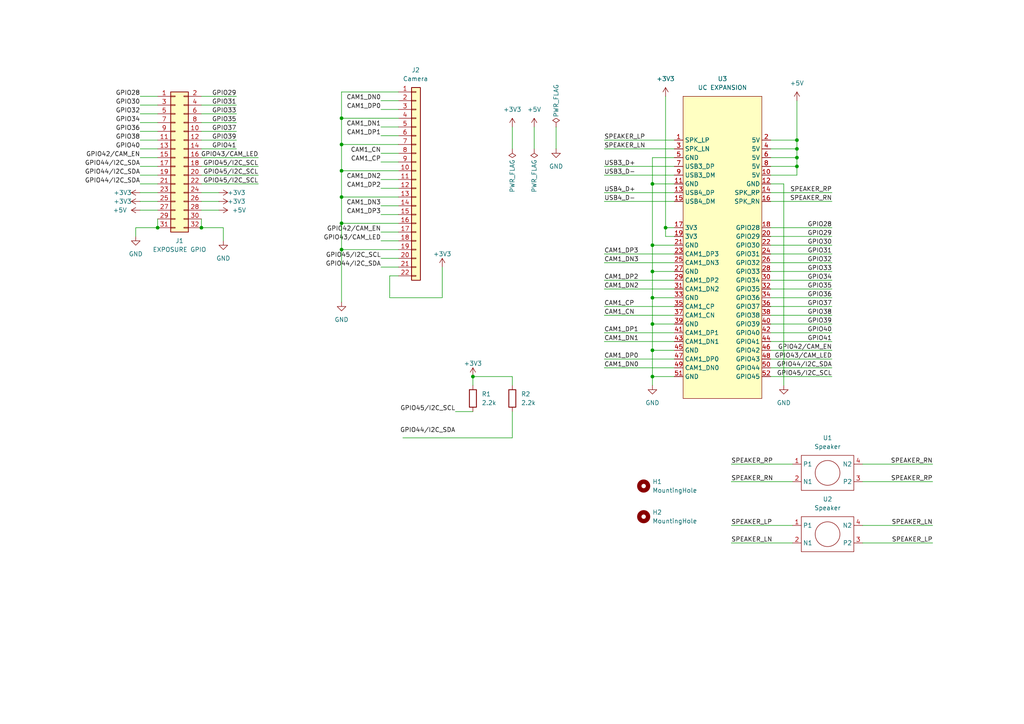
<source format=kicad_sch>
(kicad_sch
	(version 20250114)
	(generator "eeschema")
	(generator_version "9.0")
	(uuid "99c75abe-d962-4d39-9f8a-27cf46f07e74")
	(paper "A4")
	(title_block
		(title " uConsole EXP REVC")
		(date "2024-07-10")
		(rev "0.1")
		(company "Alejandro Rebolledo")
	)
	(lib_symbols
		(symbol "+3V3_1"
			(power)
			(pin_numbers
				(hide yes)
			)
			(pin_names
				(offset 0)
				(hide yes)
			)
			(exclude_from_sim no)
			(in_bom yes)
			(on_board yes)
			(property "Reference" "#PWR"
				(at 0 -3.81 0)
				(effects
					(font
						(size 1.27 1.27)
					)
					(hide yes)
				)
			)
			(property "Value" "+3V3"
				(at 0 3.556 0)
				(effects
					(font
						(size 1.27 1.27)
					)
				)
			)
			(property "Footprint" ""
				(at 0 0 0)
				(effects
					(font
						(size 1.27 1.27)
					)
					(hide yes)
				)
			)
			(property "Datasheet" ""
				(at 0 0 0)
				(effects
					(font
						(size 1.27 1.27)
					)
					(hide yes)
				)
			)
			(property "Description" "Power symbol creates a global label with name \"+3V3\""
				(at 0 0 0)
				(effects
					(font
						(size 1.27 1.27)
					)
					(hide yes)
				)
			)
			(property "ki_keywords" "global power"
				(at 0 0 0)
				(effects
					(font
						(size 1.27 1.27)
					)
					(hide yes)
				)
			)
			(symbol "+3V3_1_0_1"
				(polyline
					(pts
						(xy -0.762 1.27) (xy 0 2.54)
					)
					(stroke
						(width 0)
						(type default)
					)
					(fill
						(type none)
					)
				)
				(polyline
					(pts
						(xy 0 2.54) (xy 0.762 1.27)
					)
					(stroke
						(width 0)
						(type default)
					)
					(fill
						(type none)
					)
				)
				(polyline
					(pts
						(xy 0 0) (xy 0 2.54)
					)
					(stroke
						(width 0)
						(type default)
					)
					(fill
						(type none)
					)
				)
			)
			(symbol "+3V3_1_1_1"
				(pin power_in line
					(at 0 0 90)
					(length 0)
					(name "~"
						(effects
							(font
								(size 1.27 1.27)
							)
						)
					)
					(number "1"
						(effects
							(font
								(size 1.27 1.27)
							)
						)
					)
				)
			)
			(embedded_fonts no)
		)
		(symbol "+5V_1"
			(power)
			(pin_numbers
				(hide yes)
			)
			(pin_names
				(offset 0)
				(hide yes)
			)
			(exclude_from_sim no)
			(in_bom yes)
			(on_board yes)
			(property "Reference" "#PWR"
				(at 0 -3.81 0)
				(effects
					(font
						(size 1.27 1.27)
					)
					(hide yes)
				)
			)
			(property "Value" "+5V"
				(at 0 3.556 0)
				(effects
					(font
						(size 1.27 1.27)
					)
				)
			)
			(property "Footprint" ""
				(at 0 0 0)
				(effects
					(font
						(size 1.27 1.27)
					)
					(hide yes)
				)
			)
			(property "Datasheet" ""
				(at 0 0 0)
				(effects
					(font
						(size 1.27 1.27)
					)
					(hide yes)
				)
			)
			(property "Description" "Power symbol creates a global label with name \"+5V\""
				(at 0 0 0)
				(effects
					(font
						(size 1.27 1.27)
					)
					(hide yes)
				)
			)
			(property "ki_keywords" "global power"
				(at 0 0 0)
				(effects
					(font
						(size 1.27 1.27)
					)
					(hide yes)
				)
			)
			(symbol "+5V_1_0_1"
				(polyline
					(pts
						(xy -0.762 1.27) (xy 0 2.54)
					)
					(stroke
						(width 0)
						(type default)
					)
					(fill
						(type none)
					)
				)
				(polyline
					(pts
						(xy 0 2.54) (xy 0.762 1.27)
					)
					(stroke
						(width 0)
						(type default)
					)
					(fill
						(type none)
					)
				)
				(polyline
					(pts
						(xy 0 0) (xy 0 2.54)
					)
					(stroke
						(width 0)
						(type default)
					)
					(fill
						(type none)
					)
				)
			)
			(symbol "+5V_1_1_1"
				(pin power_in line
					(at 0 0 90)
					(length 0)
					(name "~"
						(effects
							(font
								(size 1.27 1.27)
							)
						)
					)
					(number "1"
						(effects
							(font
								(size 1.27 1.27)
							)
						)
					)
				)
			)
			(embedded_fonts no)
		)
		(symbol "Connector_Generic:Conn_01x22"
			(pin_names
				(offset 1.016)
				(hide yes)
			)
			(exclude_from_sim no)
			(in_bom yes)
			(on_board yes)
			(property "Reference" "J"
				(at 0 27.94 0)
				(effects
					(font
						(size 1.27 1.27)
					)
				)
			)
			(property "Value" "Conn_01x22"
				(at 0 -30.48 0)
				(effects
					(font
						(size 1.27 1.27)
					)
				)
			)
			(property "Footprint" ""
				(at 0 0 0)
				(effects
					(font
						(size 1.27 1.27)
					)
					(hide yes)
				)
			)
			(property "Datasheet" "~"
				(at 0 0 0)
				(effects
					(font
						(size 1.27 1.27)
					)
					(hide yes)
				)
			)
			(property "Description" "Generic connector, single row, 01x22, script generated (kicad-library-utils/schlib/autogen/connector/)"
				(at 0 0 0)
				(effects
					(font
						(size 1.27 1.27)
					)
					(hide yes)
				)
			)
			(property "ki_keywords" "connector"
				(at 0 0 0)
				(effects
					(font
						(size 1.27 1.27)
					)
					(hide yes)
				)
			)
			(property "ki_fp_filters" "Connector*:*_1x??_*"
				(at 0 0 0)
				(effects
					(font
						(size 1.27 1.27)
					)
					(hide yes)
				)
			)
			(symbol "Conn_01x22_1_1"
				(rectangle
					(start -1.27 26.67)
					(end 1.27 -29.21)
					(stroke
						(width 0.254)
						(type default)
					)
					(fill
						(type background)
					)
				)
				(rectangle
					(start -1.27 25.527)
					(end 0 25.273)
					(stroke
						(width 0.1524)
						(type default)
					)
					(fill
						(type none)
					)
				)
				(rectangle
					(start -1.27 22.987)
					(end 0 22.733)
					(stroke
						(width 0.1524)
						(type default)
					)
					(fill
						(type none)
					)
				)
				(rectangle
					(start -1.27 20.447)
					(end 0 20.193)
					(stroke
						(width 0.1524)
						(type default)
					)
					(fill
						(type none)
					)
				)
				(rectangle
					(start -1.27 17.907)
					(end 0 17.653)
					(stroke
						(width 0.1524)
						(type default)
					)
					(fill
						(type none)
					)
				)
				(rectangle
					(start -1.27 15.367)
					(end 0 15.113)
					(stroke
						(width 0.1524)
						(type default)
					)
					(fill
						(type none)
					)
				)
				(rectangle
					(start -1.27 12.827)
					(end 0 12.573)
					(stroke
						(width 0.1524)
						(type default)
					)
					(fill
						(type none)
					)
				)
				(rectangle
					(start -1.27 10.287)
					(end 0 10.033)
					(stroke
						(width 0.1524)
						(type default)
					)
					(fill
						(type none)
					)
				)
				(rectangle
					(start -1.27 7.747)
					(end 0 7.493)
					(stroke
						(width 0.1524)
						(type default)
					)
					(fill
						(type none)
					)
				)
				(rectangle
					(start -1.27 5.207)
					(end 0 4.953)
					(stroke
						(width 0.1524)
						(type default)
					)
					(fill
						(type none)
					)
				)
				(rectangle
					(start -1.27 2.667)
					(end 0 2.413)
					(stroke
						(width 0.1524)
						(type default)
					)
					(fill
						(type none)
					)
				)
				(rectangle
					(start -1.27 0.127)
					(end 0 -0.127)
					(stroke
						(width 0.1524)
						(type default)
					)
					(fill
						(type none)
					)
				)
				(rectangle
					(start -1.27 -2.413)
					(end 0 -2.667)
					(stroke
						(width 0.1524)
						(type default)
					)
					(fill
						(type none)
					)
				)
				(rectangle
					(start -1.27 -4.953)
					(end 0 -5.207)
					(stroke
						(width 0.1524)
						(type default)
					)
					(fill
						(type none)
					)
				)
				(rectangle
					(start -1.27 -7.493)
					(end 0 -7.747)
					(stroke
						(width 0.1524)
						(type default)
					)
					(fill
						(type none)
					)
				)
				(rectangle
					(start -1.27 -10.033)
					(end 0 -10.287)
					(stroke
						(width 0.1524)
						(type default)
					)
					(fill
						(type none)
					)
				)
				(rectangle
					(start -1.27 -12.573)
					(end 0 -12.827)
					(stroke
						(width 0.1524)
						(type default)
					)
					(fill
						(type none)
					)
				)
				(rectangle
					(start -1.27 -15.113)
					(end 0 -15.367)
					(stroke
						(width 0.1524)
						(type default)
					)
					(fill
						(type none)
					)
				)
				(rectangle
					(start -1.27 -17.653)
					(end 0 -17.907)
					(stroke
						(width 0.1524)
						(type default)
					)
					(fill
						(type none)
					)
				)
				(rectangle
					(start -1.27 -20.193)
					(end 0 -20.447)
					(stroke
						(width 0.1524)
						(type default)
					)
					(fill
						(type none)
					)
				)
				(rectangle
					(start -1.27 -22.733)
					(end 0 -22.987)
					(stroke
						(width 0.1524)
						(type default)
					)
					(fill
						(type none)
					)
				)
				(rectangle
					(start -1.27 -25.273)
					(end 0 -25.527)
					(stroke
						(width 0.1524)
						(type default)
					)
					(fill
						(type none)
					)
				)
				(rectangle
					(start -1.27 -27.813)
					(end 0 -28.067)
					(stroke
						(width 0.1524)
						(type default)
					)
					(fill
						(type none)
					)
				)
				(pin passive line
					(at -5.08 25.4 0)
					(length 3.81)
					(name "Pin_1"
						(effects
							(font
								(size 1.27 1.27)
							)
						)
					)
					(number "1"
						(effects
							(font
								(size 1.27 1.27)
							)
						)
					)
				)
				(pin passive line
					(at -5.08 22.86 0)
					(length 3.81)
					(name "Pin_2"
						(effects
							(font
								(size 1.27 1.27)
							)
						)
					)
					(number "2"
						(effects
							(font
								(size 1.27 1.27)
							)
						)
					)
				)
				(pin passive line
					(at -5.08 20.32 0)
					(length 3.81)
					(name "Pin_3"
						(effects
							(font
								(size 1.27 1.27)
							)
						)
					)
					(number "3"
						(effects
							(font
								(size 1.27 1.27)
							)
						)
					)
				)
				(pin passive line
					(at -5.08 17.78 0)
					(length 3.81)
					(name "Pin_4"
						(effects
							(font
								(size 1.27 1.27)
							)
						)
					)
					(number "4"
						(effects
							(font
								(size 1.27 1.27)
							)
						)
					)
				)
				(pin passive line
					(at -5.08 15.24 0)
					(length 3.81)
					(name "Pin_5"
						(effects
							(font
								(size 1.27 1.27)
							)
						)
					)
					(number "5"
						(effects
							(font
								(size 1.27 1.27)
							)
						)
					)
				)
				(pin passive line
					(at -5.08 12.7 0)
					(length 3.81)
					(name "Pin_6"
						(effects
							(font
								(size 1.27 1.27)
							)
						)
					)
					(number "6"
						(effects
							(font
								(size 1.27 1.27)
							)
						)
					)
				)
				(pin passive line
					(at -5.08 10.16 0)
					(length 3.81)
					(name "Pin_7"
						(effects
							(font
								(size 1.27 1.27)
							)
						)
					)
					(number "7"
						(effects
							(font
								(size 1.27 1.27)
							)
						)
					)
				)
				(pin passive line
					(at -5.08 7.62 0)
					(length 3.81)
					(name "Pin_8"
						(effects
							(font
								(size 1.27 1.27)
							)
						)
					)
					(number "8"
						(effects
							(font
								(size 1.27 1.27)
							)
						)
					)
				)
				(pin passive line
					(at -5.08 5.08 0)
					(length 3.81)
					(name "Pin_9"
						(effects
							(font
								(size 1.27 1.27)
							)
						)
					)
					(number "9"
						(effects
							(font
								(size 1.27 1.27)
							)
						)
					)
				)
				(pin passive line
					(at -5.08 2.54 0)
					(length 3.81)
					(name "Pin_10"
						(effects
							(font
								(size 1.27 1.27)
							)
						)
					)
					(number "10"
						(effects
							(font
								(size 1.27 1.27)
							)
						)
					)
				)
				(pin passive line
					(at -5.08 0 0)
					(length 3.81)
					(name "Pin_11"
						(effects
							(font
								(size 1.27 1.27)
							)
						)
					)
					(number "11"
						(effects
							(font
								(size 1.27 1.27)
							)
						)
					)
				)
				(pin passive line
					(at -5.08 -2.54 0)
					(length 3.81)
					(name "Pin_12"
						(effects
							(font
								(size 1.27 1.27)
							)
						)
					)
					(number "12"
						(effects
							(font
								(size 1.27 1.27)
							)
						)
					)
				)
				(pin passive line
					(at -5.08 -5.08 0)
					(length 3.81)
					(name "Pin_13"
						(effects
							(font
								(size 1.27 1.27)
							)
						)
					)
					(number "13"
						(effects
							(font
								(size 1.27 1.27)
							)
						)
					)
				)
				(pin passive line
					(at -5.08 -7.62 0)
					(length 3.81)
					(name "Pin_14"
						(effects
							(font
								(size 1.27 1.27)
							)
						)
					)
					(number "14"
						(effects
							(font
								(size 1.27 1.27)
							)
						)
					)
				)
				(pin passive line
					(at -5.08 -10.16 0)
					(length 3.81)
					(name "Pin_15"
						(effects
							(font
								(size 1.27 1.27)
							)
						)
					)
					(number "15"
						(effects
							(font
								(size 1.27 1.27)
							)
						)
					)
				)
				(pin passive line
					(at -5.08 -12.7 0)
					(length 3.81)
					(name "Pin_16"
						(effects
							(font
								(size 1.27 1.27)
							)
						)
					)
					(number "16"
						(effects
							(font
								(size 1.27 1.27)
							)
						)
					)
				)
				(pin passive line
					(at -5.08 -15.24 0)
					(length 3.81)
					(name "Pin_17"
						(effects
							(font
								(size 1.27 1.27)
							)
						)
					)
					(number "17"
						(effects
							(font
								(size 1.27 1.27)
							)
						)
					)
				)
				(pin passive line
					(at -5.08 -17.78 0)
					(length 3.81)
					(name "Pin_18"
						(effects
							(font
								(size 1.27 1.27)
							)
						)
					)
					(number "18"
						(effects
							(font
								(size 1.27 1.27)
							)
						)
					)
				)
				(pin passive line
					(at -5.08 -20.32 0)
					(length 3.81)
					(name "Pin_19"
						(effects
							(font
								(size 1.27 1.27)
							)
						)
					)
					(number "19"
						(effects
							(font
								(size 1.27 1.27)
							)
						)
					)
				)
				(pin passive line
					(at -5.08 -22.86 0)
					(length 3.81)
					(name "Pin_20"
						(effects
							(font
								(size 1.27 1.27)
							)
						)
					)
					(number "20"
						(effects
							(font
								(size 1.27 1.27)
							)
						)
					)
				)
				(pin passive line
					(at -5.08 -25.4 0)
					(length 3.81)
					(name "Pin_21"
						(effects
							(font
								(size 1.27 1.27)
							)
						)
					)
					(number "21"
						(effects
							(font
								(size 1.27 1.27)
							)
						)
					)
				)
				(pin passive line
					(at -5.08 -27.94 0)
					(length 3.81)
					(name "Pin_22"
						(effects
							(font
								(size 1.27 1.27)
							)
						)
					)
					(number "22"
						(effects
							(font
								(size 1.27 1.27)
							)
						)
					)
				)
			)
			(embedded_fonts no)
		)
		(symbol "Connector_Generic:Conn_02x16_Odd_Even"
			(pin_names
				(offset 1.016)
				(hide yes)
			)
			(exclude_from_sim no)
			(in_bom yes)
			(on_board yes)
			(property "Reference" "J"
				(at 1.27 20.32 0)
				(effects
					(font
						(size 1.27 1.27)
					)
				)
			)
			(property "Value" "Conn_02x16_Odd_Even"
				(at 1.27 -22.86 0)
				(effects
					(font
						(size 1.27 1.27)
					)
				)
			)
			(property "Footprint" ""
				(at 0 0 0)
				(effects
					(font
						(size 1.27 1.27)
					)
					(hide yes)
				)
			)
			(property "Datasheet" "~"
				(at 0 0 0)
				(effects
					(font
						(size 1.27 1.27)
					)
					(hide yes)
				)
			)
			(property "Description" "Generic connector, double row, 02x16, odd/even pin numbering scheme (row 1 odd numbers, row 2 even numbers), script generated (kicad-library-utils/schlib/autogen/connector/)"
				(at 0 0 0)
				(effects
					(font
						(size 1.27 1.27)
					)
					(hide yes)
				)
			)
			(property "ki_keywords" "connector"
				(at 0 0 0)
				(effects
					(font
						(size 1.27 1.27)
					)
					(hide yes)
				)
			)
			(property "ki_fp_filters" "Connector*:*_2x??_*"
				(at 0 0 0)
				(effects
					(font
						(size 1.27 1.27)
					)
					(hide yes)
				)
			)
			(symbol "Conn_02x16_Odd_Even_1_1"
				(rectangle
					(start -1.27 19.05)
					(end 3.81 -21.59)
					(stroke
						(width 0.254)
						(type default)
					)
					(fill
						(type background)
					)
				)
				(rectangle
					(start -1.27 17.907)
					(end 0 17.653)
					(stroke
						(width 0.1524)
						(type default)
					)
					(fill
						(type none)
					)
				)
				(rectangle
					(start -1.27 15.367)
					(end 0 15.113)
					(stroke
						(width 0.1524)
						(type default)
					)
					(fill
						(type none)
					)
				)
				(rectangle
					(start -1.27 12.827)
					(end 0 12.573)
					(stroke
						(width 0.1524)
						(type default)
					)
					(fill
						(type none)
					)
				)
				(rectangle
					(start -1.27 10.287)
					(end 0 10.033)
					(stroke
						(width 0.1524)
						(type default)
					)
					(fill
						(type none)
					)
				)
				(rectangle
					(start -1.27 7.747)
					(end 0 7.493)
					(stroke
						(width 0.1524)
						(type default)
					)
					(fill
						(type none)
					)
				)
				(rectangle
					(start -1.27 5.207)
					(end 0 4.953)
					(stroke
						(width 0.1524)
						(type default)
					)
					(fill
						(type none)
					)
				)
				(rectangle
					(start -1.27 2.667)
					(end 0 2.413)
					(stroke
						(width 0.1524)
						(type default)
					)
					(fill
						(type none)
					)
				)
				(rectangle
					(start -1.27 0.127)
					(end 0 -0.127)
					(stroke
						(width 0.1524)
						(type default)
					)
					(fill
						(type none)
					)
				)
				(rectangle
					(start -1.27 -2.413)
					(end 0 -2.667)
					(stroke
						(width 0.1524)
						(type default)
					)
					(fill
						(type none)
					)
				)
				(rectangle
					(start -1.27 -4.953)
					(end 0 -5.207)
					(stroke
						(width 0.1524)
						(type default)
					)
					(fill
						(type none)
					)
				)
				(rectangle
					(start -1.27 -7.493)
					(end 0 -7.747)
					(stroke
						(width 0.1524)
						(type default)
					)
					(fill
						(type none)
					)
				)
				(rectangle
					(start -1.27 -10.033)
					(end 0 -10.287)
					(stroke
						(width 0.1524)
						(type default)
					)
					(fill
						(type none)
					)
				)
				(rectangle
					(start -1.27 -12.573)
					(end 0 -12.827)
					(stroke
						(width 0.1524)
						(type default)
					)
					(fill
						(type none)
					)
				)
				(rectangle
					(start -1.27 -15.113)
					(end 0 -15.367)
					(stroke
						(width 0.1524)
						(type default)
					)
					(fill
						(type none)
					)
				)
				(rectangle
					(start -1.27 -17.653)
					(end 0 -17.907)
					(stroke
						(width 0.1524)
						(type default)
					)
					(fill
						(type none)
					)
				)
				(rectangle
					(start -1.27 -20.193)
					(end 0 -20.447)
					(stroke
						(width 0.1524)
						(type default)
					)
					(fill
						(type none)
					)
				)
				(rectangle
					(start 3.81 17.907)
					(end 2.54 17.653)
					(stroke
						(width 0.1524)
						(type default)
					)
					(fill
						(type none)
					)
				)
				(rectangle
					(start 3.81 15.367)
					(end 2.54 15.113)
					(stroke
						(width 0.1524)
						(type default)
					)
					(fill
						(type none)
					)
				)
				(rectangle
					(start 3.81 12.827)
					(end 2.54 12.573)
					(stroke
						(width 0.1524)
						(type default)
					)
					(fill
						(type none)
					)
				)
				(rectangle
					(start 3.81 10.287)
					(end 2.54 10.033)
					(stroke
						(width 0.1524)
						(type default)
					)
					(fill
						(type none)
					)
				)
				(rectangle
					(start 3.81 7.747)
					(end 2.54 7.493)
					(stroke
						(width 0.1524)
						(type default)
					)
					(fill
						(type none)
					)
				)
				(rectangle
					(start 3.81 5.207)
					(end 2.54 4.953)
					(stroke
						(width 0.1524)
						(type default)
					)
					(fill
						(type none)
					)
				)
				(rectangle
					(start 3.81 2.667)
					(end 2.54 2.413)
					(stroke
						(width 0.1524)
						(type default)
					)
					(fill
						(type none)
					)
				)
				(rectangle
					(start 3.81 0.127)
					(end 2.54 -0.127)
					(stroke
						(width 0.1524)
						(type default)
					)
					(fill
						(type none)
					)
				)
				(rectangle
					(start 3.81 -2.413)
					(end 2.54 -2.667)
					(stroke
						(width 0.1524)
						(type default)
					)
					(fill
						(type none)
					)
				)
				(rectangle
					(start 3.81 -4.953)
					(end 2.54 -5.207)
					(stroke
						(width 0.1524)
						(type default)
					)
					(fill
						(type none)
					)
				)
				(rectangle
					(start 3.81 -7.493)
					(end 2.54 -7.747)
					(stroke
						(width 0.1524)
						(type default)
					)
					(fill
						(type none)
					)
				)
				(rectangle
					(start 3.81 -10.033)
					(end 2.54 -10.287)
					(stroke
						(width 0.1524)
						(type default)
					)
					(fill
						(type none)
					)
				)
				(rectangle
					(start 3.81 -12.573)
					(end 2.54 -12.827)
					(stroke
						(width 0.1524)
						(type default)
					)
					(fill
						(type none)
					)
				)
				(rectangle
					(start 3.81 -15.113)
					(end 2.54 -15.367)
					(stroke
						(width 0.1524)
						(type default)
					)
					(fill
						(type none)
					)
				)
				(rectangle
					(start 3.81 -17.653)
					(end 2.54 -17.907)
					(stroke
						(width 0.1524)
						(type default)
					)
					(fill
						(type none)
					)
				)
				(rectangle
					(start 3.81 -20.193)
					(end 2.54 -20.447)
					(stroke
						(width 0.1524)
						(type default)
					)
					(fill
						(type none)
					)
				)
				(pin passive line
					(at -5.08 17.78 0)
					(length 3.81)
					(name "Pin_1"
						(effects
							(font
								(size 1.27 1.27)
							)
						)
					)
					(number "1"
						(effects
							(font
								(size 1.27 1.27)
							)
						)
					)
				)
				(pin passive line
					(at -5.08 15.24 0)
					(length 3.81)
					(name "Pin_3"
						(effects
							(font
								(size 1.27 1.27)
							)
						)
					)
					(number "3"
						(effects
							(font
								(size 1.27 1.27)
							)
						)
					)
				)
				(pin passive line
					(at -5.08 12.7 0)
					(length 3.81)
					(name "Pin_5"
						(effects
							(font
								(size 1.27 1.27)
							)
						)
					)
					(number "5"
						(effects
							(font
								(size 1.27 1.27)
							)
						)
					)
				)
				(pin passive line
					(at -5.08 10.16 0)
					(length 3.81)
					(name "Pin_7"
						(effects
							(font
								(size 1.27 1.27)
							)
						)
					)
					(number "7"
						(effects
							(font
								(size 1.27 1.27)
							)
						)
					)
				)
				(pin passive line
					(at -5.08 7.62 0)
					(length 3.81)
					(name "Pin_9"
						(effects
							(font
								(size 1.27 1.27)
							)
						)
					)
					(number "9"
						(effects
							(font
								(size 1.27 1.27)
							)
						)
					)
				)
				(pin passive line
					(at -5.08 5.08 0)
					(length 3.81)
					(name "Pin_11"
						(effects
							(font
								(size 1.27 1.27)
							)
						)
					)
					(number "11"
						(effects
							(font
								(size 1.27 1.27)
							)
						)
					)
				)
				(pin passive line
					(at -5.08 2.54 0)
					(length 3.81)
					(name "Pin_13"
						(effects
							(font
								(size 1.27 1.27)
							)
						)
					)
					(number "13"
						(effects
							(font
								(size 1.27 1.27)
							)
						)
					)
				)
				(pin passive line
					(at -5.08 0 0)
					(length 3.81)
					(name "Pin_15"
						(effects
							(font
								(size 1.27 1.27)
							)
						)
					)
					(number "15"
						(effects
							(font
								(size 1.27 1.27)
							)
						)
					)
				)
				(pin passive line
					(at -5.08 -2.54 0)
					(length 3.81)
					(name "Pin_17"
						(effects
							(font
								(size 1.27 1.27)
							)
						)
					)
					(number "17"
						(effects
							(font
								(size 1.27 1.27)
							)
						)
					)
				)
				(pin passive line
					(at -5.08 -5.08 0)
					(length 3.81)
					(name "Pin_19"
						(effects
							(font
								(size 1.27 1.27)
							)
						)
					)
					(number "19"
						(effects
							(font
								(size 1.27 1.27)
							)
						)
					)
				)
				(pin passive line
					(at -5.08 -7.62 0)
					(length 3.81)
					(name "Pin_21"
						(effects
							(font
								(size 1.27 1.27)
							)
						)
					)
					(number "21"
						(effects
							(font
								(size 1.27 1.27)
							)
						)
					)
				)
				(pin passive line
					(at -5.08 -10.16 0)
					(length 3.81)
					(name "Pin_23"
						(effects
							(font
								(size 1.27 1.27)
							)
						)
					)
					(number "23"
						(effects
							(font
								(size 1.27 1.27)
							)
						)
					)
				)
				(pin passive line
					(at -5.08 -12.7 0)
					(length 3.81)
					(name "Pin_25"
						(effects
							(font
								(size 1.27 1.27)
							)
						)
					)
					(number "25"
						(effects
							(font
								(size 1.27 1.27)
							)
						)
					)
				)
				(pin passive line
					(at -5.08 -15.24 0)
					(length 3.81)
					(name "Pin_27"
						(effects
							(font
								(size 1.27 1.27)
							)
						)
					)
					(number "27"
						(effects
							(font
								(size 1.27 1.27)
							)
						)
					)
				)
				(pin passive line
					(at -5.08 -17.78 0)
					(length 3.81)
					(name "Pin_29"
						(effects
							(font
								(size 1.27 1.27)
							)
						)
					)
					(number "29"
						(effects
							(font
								(size 1.27 1.27)
							)
						)
					)
				)
				(pin passive line
					(at -5.08 -20.32 0)
					(length 3.81)
					(name "Pin_31"
						(effects
							(font
								(size 1.27 1.27)
							)
						)
					)
					(number "31"
						(effects
							(font
								(size 1.27 1.27)
							)
						)
					)
				)
				(pin passive line
					(at 7.62 17.78 180)
					(length 3.81)
					(name "Pin_2"
						(effects
							(font
								(size 1.27 1.27)
							)
						)
					)
					(number "2"
						(effects
							(font
								(size 1.27 1.27)
							)
						)
					)
				)
				(pin passive line
					(at 7.62 15.24 180)
					(length 3.81)
					(name "Pin_4"
						(effects
							(font
								(size 1.27 1.27)
							)
						)
					)
					(number "4"
						(effects
							(font
								(size 1.27 1.27)
							)
						)
					)
				)
				(pin passive line
					(at 7.62 12.7 180)
					(length 3.81)
					(name "Pin_6"
						(effects
							(font
								(size 1.27 1.27)
							)
						)
					)
					(number "6"
						(effects
							(font
								(size 1.27 1.27)
							)
						)
					)
				)
				(pin passive line
					(at 7.62 10.16 180)
					(length 3.81)
					(name "Pin_8"
						(effects
							(font
								(size 1.27 1.27)
							)
						)
					)
					(number "8"
						(effects
							(font
								(size 1.27 1.27)
							)
						)
					)
				)
				(pin passive line
					(at 7.62 7.62 180)
					(length 3.81)
					(name "Pin_10"
						(effects
							(font
								(size 1.27 1.27)
							)
						)
					)
					(number "10"
						(effects
							(font
								(size 1.27 1.27)
							)
						)
					)
				)
				(pin passive line
					(at 7.62 5.08 180)
					(length 3.81)
					(name "Pin_12"
						(effects
							(font
								(size 1.27 1.27)
							)
						)
					)
					(number "12"
						(effects
							(font
								(size 1.27 1.27)
							)
						)
					)
				)
				(pin passive line
					(at 7.62 2.54 180)
					(length 3.81)
					(name "Pin_14"
						(effects
							(font
								(size 1.27 1.27)
							)
						)
					)
					(number "14"
						(effects
							(font
								(size 1.27 1.27)
							)
						)
					)
				)
				(pin passive line
					(at 7.62 0 180)
					(length 3.81)
					(name "Pin_16"
						(effects
							(font
								(size 1.27 1.27)
							)
						)
					)
					(number "16"
						(effects
							(font
								(size 1.27 1.27)
							)
						)
					)
				)
				(pin passive line
					(at 7.62 -2.54 180)
					(length 3.81)
					(name "Pin_18"
						(effects
							(font
								(size 1.27 1.27)
							)
						)
					)
					(number "18"
						(effects
							(font
								(size 1.27 1.27)
							)
						)
					)
				)
				(pin passive line
					(at 7.62 -5.08 180)
					(length 3.81)
					(name "Pin_20"
						(effects
							(font
								(size 1.27 1.27)
							)
						)
					)
					(number "20"
						(effects
							(font
								(size 1.27 1.27)
							)
						)
					)
				)
				(pin passive line
					(at 7.62 -7.62 180)
					(length 3.81)
					(name "Pin_22"
						(effects
							(font
								(size 1.27 1.27)
							)
						)
					)
					(number "22"
						(effects
							(font
								(size 1.27 1.27)
							)
						)
					)
				)
				(pin passive line
					(at 7.62 -10.16 180)
					(length 3.81)
					(name "Pin_24"
						(effects
							(font
								(size 1.27 1.27)
							)
						)
					)
					(number "24"
						(effects
							(font
								(size 1.27 1.27)
							)
						)
					)
				)
				(pin passive line
					(at 7.62 -12.7 180)
					(length 3.81)
					(name "Pin_26"
						(effects
							(font
								(size 1.27 1.27)
							)
						)
					)
					(number "26"
						(effects
							(font
								(size 1.27 1.27)
							)
						)
					)
				)
				(pin passive line
					(at 7.62 -15.24 180)
					(length 3.81)
					(name "Pin_28"
						(effects
							(font
								(size 1.27 1.27)
							)
						)
					)
					(number "28"
						(effects
							(font
								(size 1.27 1.27)
							)
						)
					)
				)
				(pin passive line
					(at 7.62 -17.78 180)
					(length 3.81)
					(name "Pin_30"
						(effects
							(font
								(size 1.27 1.27)
							)
						)
					)
					(number "30"
						(effects
							(font
								(size 1.27 1.27)
							)
						)
					)
				)
				(pin passive line
					(at 7.62 -20.32 180)
					(length 3.81)
					(name "Pin_32"
						(effects
							(font
								(size 1.27 1.27)
							)
						)
					)
					(number "32"
						(effects
							(font
								(size 1.27 1.27)
							)
						)
					)
				)
			)
			(embedded_fonts no)
		)
		(symbol "Device:R"
			(pin_numbers
				(hide yes)
			)
			(pin_names
				(offset 0)
			)
			(exclude_from_sim no)
			(in_bom yes)
			(on_board yes)
			(property "Reference" "R"
				(at 2.032 0 90)
				(effects
					(font
						(size 1.27 1.27)
					)
				)
			)
			(property "Value" "R"
				(at 0 0 90)
				(effects
					(font
						(size 1.27 1.27)
					)
				)
			)
			(property "Footprint" ""
				(at -1.778 0 90)
				(effects
					(font
						(size 1.27 1.27)
					)
					(hide yes)
				)
			)
			(property "Datasheet" "~"
				(at 0 0 0)
				(effects
					(font
						(size 1.27 1.27)
					)
					(hide yes)
				)
			)
			(property "Description" "Resistor"
				(at 0 0 0)
				(effects
					(font
						(size 1.27 1.27)
					)
					(hide yes)
				)
			)
			(property "ki_keywords" "R res resistor"
				(at 0 0 0)
				(effects
					(font
						(size 1.27 1.27)
					)
					(hide yes)
				)
			)
			(property "ki_fp_filters" "R_*"
				(at 0 0 0)
				(effects
					(font
						(size 1.27 1.27)
					)
					(hide yes)
				)
			)
			(symbol "R_0_1"
				(rectangle
					(start -1.016 -2.54)
					(end 1.016 2.54)
					(stroke
						(width 0.254)
						(type default)
					)
					(fill
						(type none)
					)
				)
			)
			(symbol "R_1_1"
				(pin passive line
					(at 0 3.81 270)
					(length 1.27)
					(name "~"
						(effects
							(font
								(size 1.27 1.27)
							)
						)
					)
					(number "1"
						(effects
							(font
								(size 1.27 1.27)
							)
						)
					)
				)
				(pin passive line
					(at 0 -3.81 90)
					(length 1.27)
					(name "~"
						(effects
							(font
								(size 1.27 1.27)
							)
						)
					)
					(number "2"
						(effects
							(font
								(size 1.27 1.27)
							)
						)
					)
				)
			)
			(embedded_fonts no)
		)
		(symbol "GND_1"
			(power)
			(pin_numbers
				(hide yes)
			)
			(pin_names
				(offset 0)
				(hide yes)
			)
			(exclude_from_sim no)
			(in_bom yes)
			(on_board yes)
			(property "Reference" "#PWR"
				(at 0 -6.35 0)
				(effects
					(font
						(size 1.27 1.27)
					)
					(hide yes)
				)
			)
			(property "Value" "GND"
				(at 0 -3.81 0)
				(effects
					(font
						(size 1.27 1.27)
					)
				)
			)
			(property "Footprint" ""
				(at 0 0 0)
				(effects
					(font
						(size 1.27 1.27)
					)
					(hide yes)
				)
			)
			(property "Datasheet" ""
				(at 0 0 0)
				(effects
					(font
						(size 1.27 1.27)
					)
					(hide yes)
				)
			)
			(property "Description" "Power symbol creates a global label with name \"GND\" , ground"
				(at 0 0 0)
				(effects
					(font
						(size 1.27 1.27)
					)
					(hide yes)
				)
			)
			(property "ki_keywords" "global power"
				(at 0 0 0)
				(effects
					(font
						(size 1.27 1.27)
					)
					(hide yes)
				)
			)
			(symbol "GND_1_0_1"
				(polyline
					(pts
						(xy 0 0) (xy 0 -1.27) (xy 1.27 -1.27) (xy 0 -2.54) (xy -1.27 -1.27) (xy 0 -1.27)
					)
					(stroke
						(width 0)
						(type default)
					)
					(fill
						(type none)
					)
				)
			)
			(symbol "GND_1_1_1"
				(pin power_in line
					(at 0 0 270)
					(length 0)
					(name "~"
						(effects
							(font
								(size 1.27 1.27)
							)
						)
					)
					(number "1"
						(effects
							(font
								(size 1.27 1.27)
							)
						)
					)
				)
			)
			(embedded_fonts no)
		)
		(symbol "Mechanical:MountingHole"
			(pin_names
				(offset 1.016)
			)
			(exclude_from_sim no)
			(in_bom yes)
			(on_board yes)
			(property "Reference" "H"
				(at 0 5.08 0)
				(effects
					(font
						(size 1.27 1.27)
					)
				)
			)
			(property "Value" "MountingHole"
				(at 0 3.175 0)
				(effects
					(font
						(size 1.27 1.27)
					)
				)
			)
			(property "Footprint" ""
				(at 0 0 0)
				(effects
					(font
						(size 1.27 1.27)
					)
					(hide yes)
				)
			)
			(property "Datasheet" "~"
				(at 0 0 0)
				(effects
					(font
						(size 1.27 1.27)
					)
					(hide yes)
				)
			)
			(property "Description" "Mounting Hole without connection"
				(at 0 0 0)
				(effects
					(font
						(size 1.27 1.27)
					)
					(hide yes)
				)
			)
			(property "ki_keywords" "mounting hole"
				(at 0 0 0)
				(effects
					(font
						(size 1.27 1.27)
					)
					(hide yes)
				)
			)
			(property "ki_fp_filters" "MountingHole*"
				(at 0 0 0)
				(effects
					(font
						(size 1.27 1.27)
					)
					(hide yes)
				)
			)
			(symbol "MountingHole_0_1"
				(circle
					(center 0 0)
					(radius 1.27)
					(stroke
						(width 1.27)
						(type default)
					)
					(fill
						(type none)
					)
				)
			)
			(embedded_fonts no)
		)
		(symbol "power:+3.3V"
			(power)
			(pin_names
				(offset 0)
			)
			(exclude_from_sim no)
			(in_bom yes)
			(on_board yes)
			(property "Reference" "#PWR"
				(at 0 -3.81 0)
				(effects
					(font
						(size 1.27 1.27)
					)
					(hide yes)
				)
			)
			(property "Value" "+3.3V"
				(at 0 3.556 0)
				(effects
					(font
						(size 1.27 1.27)
					)
				)
			)
			(property "Footprint" ""
				(at 0 0 0)
				(effects
					(font
						(size 1.27 1.27)
					)
					(hide yes)
				)
			)
			(property "Datasheet" ""
				(at 0 0 0)
				(effects
					(font
						(size 1.27 1.27)
					)
					(hide yes)
				)
			)
			(property "Description" "Power symbol creates a global label with name \"+3.3V\""
				(at 0 0 0)
				(effects
					(font
						(size 1.27 1.27)
					)
					(hide yes)
				)
			)
			(property "ki_keywords" "global power"
				(at 0 0 0)
				(effects
					(font
						(size 1.27 1.27)
					)
					(hide yes)
				)
			)
			(symbol "+3.3V_0_1"
				(polyline
					(pts
						(xy -0.762 1.27) (xy 0 2.54)
					)
					(stroke
						(width 0)
						(type default)
					)
					(fill
						(type none)
					)
				)
				(polyline
					(pts
						(xy 0 2.54) (xy 0.762 1.27)
					)
					(stroke
						(width 0)
						(type default)
					)
					(fill
						(type none)
					)
				)
				(polyline
					(pts
						(xy 0 0) (xy 0 2.54)
					)
					(stroke
						(width 0)
						(type default)
					)
					(fill
						(type none)
					)
				)
			)
			(symbol "+3.3V_1_1"
				(pin power_in line
					(at 0 0 90)
					(length 0)
					(hide yes)
					(name "+3.3V"
						(effects
							(font
								(size 1.27 1.27)
							)
						)
					)
					(number "1"
						(effects
							(font
								(size 1.27 1.27)
							)
						)
					)
				)
			)
			(embedded_fonts no)
		)
		(symbol "power:+3V3"
			(power)
			(pin_names
				(offset 0)
			)
			(exclude_from_sim no)
			(in_bom yes)
			(on_board yes)
			(property "Reference" "#PWR"
				(at 0 -3.81 0)
				(effects
					(font
						(size 1.27 1.27)
					)
					(hide yes)
				)
			)
			(property "Value" "+3V3"
				(at 0 3.556 0)
				(effects
					(font
						(size 1.27 1.27)
					)
				)
			)
			(property "Footprint" ""
				(at 0 0 0)
				(effects
					(font
						(size 1.27 1.27)
					)
					(hide yes)
				)
			)
			(property "Datasheet" ""
				(at 0 0 0)
				(effects
					(font
						(size 1.27 1.27)
					)
					(hide yes)
				)
			)
			(property "Description" "Power symbol creates a global label with name \"+3V3\""
				(at 0 0 0)
				(effects
					(font
						(size 1.27 1.27)
					)
					(hide yes)
				)
			)
			(property "ki_keywords" "global power"
				(at 0 0 0)
				(effects
					(font
						(size 1.27 1.27)
					)
					(hide yes)
				)
			)
			(symbol "+3V3_0_1"
				(polyline
					(pts
						(xy -0.762 1.27) (xy 0 2.54)
					)
					(stroke
						(width 0)
						(type default)
					)
					(fill
						(type none)
					)
				)
				(polyline
					(pts
						(xy 0 2.54) (xy 0.762 1.27)
					)
					(stroke
						(width 0)
						(type default)
					)
					(fill
						(type none)
					)
				)
				(polyline
					(pts
						(xy 0 0) (xy 0 2.54)
					)
					(stroke
						(width 0)
						(type default)
					)
					(fill
						(type none)
					)
				)
			)
			(symbol "+3V3_1_1"
				(pin power_in line
					(at 0 0 90)
					(length 0)
					(hide yes)
					(name "+3V3"
						(effects
							(font
								(size 1.27 1.27)
							)
						)
					)
					(number "1"
						(effects
							(font
								(size 1.27 1.27)
							)
						)
					)
				)
			)
			(embedded_fonts no)
		)
		(symbol "power:+5V"
			(power)
			(pin_names
				(offset 0)
			)
			(exclude_from_sim no)
			(in_bom yes)
			(on_board yes)
			(property "Reference" "#PWR"
				(at 0 -3.81 0)
				(effects
					(font
						(size 1.27 1.27)
					)
					(hide yes)
				)
			)
			(property "Value" "+5V"
				(at 0 3.556 0)
				(effects
					(font
						(size 1.27 1.27)
					)
				)
			)
			(property "Footprint" ""
				(at 0 0 0)
				(effects
					(font
						(size 1.27 1.27)
					)
					(hide yes)
				)
			)
			(property "Datasheet" ""
				(at 0 0 0)
				(effects
					(font
						(size 1.27 1.27)
					)
					(hide yes)
				)
			)
			(property "Description" "Power symbol creates a global label with name \"+5V\""
				(at 0 0 0)
				(effects
					(font
						(size 1.27 1.27)
					)
					(hide yes)
				)
			)
			(property "ki_keywords" "global power"
				(at 0 0 0)
				(effects
					(font
						(size 1.27 1.27)
					)
					(hide yes)
				)
			)
			(symbol "+5V_0_1"
				(polyline
					(pts
						(xy -0.762 1.27) (xy 0 2.54)
					)
					(stroke
						(width 0)
						(type default)
					)
					(fill
						(type none)
					)
				)
				(polyline
					(pts
						(xy 0 2.54) (xy 0.762 1.27)
					)
					(stroke
						(width 0)
						(type default)
					)
					(fill
						(type none)
					)
				)
				(polyline
					(pts
						(xy 0 0) (xy 0 2.54)
					)
					(stroke
						(width 0)
						(type default)
					)
					(fill
						(type none)
					)
				)
			)
			(symbol "+5V_1_1"
				(pin power_in line
					(at 0 0 90)
					(length 0)
					(hide yes)
					(name "+5V"
						(effects
							(font
								(size 1.27 1.27)
							)
						)
					)
					(number "1"
						(effects
							(font
								(size 1.27 1.27)
							)
						)
					)
				)
			)
			(embedded_fonts no)
		)
		(symbol "power:GND"
			(power)
			(pin_names
				(offset 0)
			)
			(exclude_from_sim no)
			(in_bom yes)
			(on_board yes)
			(property "Reference" "#PWR"
				(at 0 -6.35 0)
				(effects
					(font
						(size 1.27 1.27)
					)
					(hide yes)
				)
			)
			(property "Value" "GND"
				(at 0 -3.81 0)
				(effects
					(font
						(size 1.27 1.27)
					)
				)
			)
			(property "Footprint" ""
				(at 0 0 0)
				(effects
					(font
						(size 1.27 1.27)
					)
					(hide yes)
				)
			)
			(property "Datasheet" ""
				(at 0 0 0)
				(effects
					(font
						(size 1.27 1.27)
					)
					(hide yes)
				)
			)
			(property "Description" "Power symbol creates a global label with name \"GND\" , ground"
				(at 0 0 0)
				(effects
					(font
						(size 1.27 1.27)
					)
					(hide yes)
				)
			)
			(property "ki_keywords" "global power"
				(at 0 0 0)
				(effects
					(font
						(size 1.27 1.27)
					)
					(hide yes)
				)
			)
			(symbol "GND_0_1"
				(polyline
					(pts
						(xy 0 0) (xy 0 -1.27) (xy 1.27 -1.27) (xy 0 -2.54) (xy -1.27 -1.27) (xy 0 -1.27)
					)
					(stroke
						(width 0)
						(type default)
					)
					(fill
						(type none)
					)
				)
			)
			(symbol "GND_1_1"
				(pin power_in line
					(at 0 0 270)
					(length 0)
					(hide yes)
					(name "GND"
						(effects
							(font
								(size 1.27 1.27)
							)
						)
					)
					(number "1"
						(effects
							(font
								(size 1.27 1.27)
							)
						)
					)
				)
			)
			(embedded_fonts no)
		)
		(symbol "power:PWR_FLAG"
			(power)
			(pin_numbers
				(hide yes)
			)
			(pin_names
				(offset 0)
				(hide yes)
			)
			(exclude_from_sim no)
			(in_bom yes)
			(on_board yes)
			(property "Reference" "#FLG"
				(at 0 1.905 0)
				(effects
					(font
						(size 1.27 1.27)
					)
					(hide yes)
				)
			)
			(property "Value" "PWR_FLAG"
				(at 0 3.81 0)
				(effects
					(font
						(size 1.27 1.27)
					)
				)
			)
			(property "Footprint" ""
				(at 0 0 0)
				(effects
					(font
						(size 1.27 1.27)
					)
					(hide yes)
				)
			)
			(property "Datasheet" "~"
				(at 0 0 0)
				(effects
					(font
						(size 1.27 1.27)
					)
					(hide yes)
				)
			)
			(property "Description" "Special symbol for telling ERC where power comes from"
				(at 0 0 0)
				(effects
					(font
						(size 1.27 1.27)
					)
					(hide yes)
				)
			)
			(property "ki_keywords" "flag power"
				(at 0 0 0)
				(effects
					(font
						(size 1.27 1.27)
					)
					(hide yes)
				)
			)
			(symbol "PWR_FLAG_0_0"
				(pin power_out line
					(at 0 0 90)
					(length 0)
					(name "~"
						(effects
							(font
								(size 1.27 1.27)
							)
						)
					)
					(number "1"
						(effects
							(font
								(size 1.27 1.27)
							)
						)
					)
				)
			)
			(symbol "PWR_FLAG_0_1"
				(polyline
					(pts
						(xy 0 0) (xy 0 1.27) (xy -1.016 1.905) (xy 0 2.54) (xy 1.016 1.905) (xy 0 1.27)
					)
					(stroke
						(width 0)
						(type default)
					)
					(fill
						(type none)
					)
				)
			)
			(embedded_fonts no)
		)
		(symbol "uconsole:expansion_port_minipcie"
			(exclude_from_sim no)
			(in_bom yes)
			(on_board yes)
			(property "Reference" "U"
				(at 0 44.45 0)
				(effects
					(font
						(size 1.27 1.27)
					)
				)
			)
			(property "Value" "UC EXPANSION"
				(at -3.81 -45.72 0)
				(effects
					(font
						(size 1.27 1.27)
					)
				)
			)
			(property "Footprint" "uconsole:edge-minipcie"
				(at 0 -46.99 0)
				(effects
					(font
						(size 1.27 1.27)
					)
					(hide yes)
				)
			)
			(property "Datasheet" ""
				(at -13.97 30.48 0)
				(effects
					(font
						(size 1.27 1.27)
					)
					(hide yes)
				)
			)
			(property "Description" ""
				(at 0 0 0)
				(effects
					(font
						(size 1.27 1.27)
					)
					(hide yes)
				)
			)
			(symbol "expansion_port_minipcie_0_0"
				(pin output line
					(at -13.97 30.48 0)
					(length 2.54)
					(name "SPK_LP"
						(effects
							(font
								(size 1.27 1.27)
							)
						)
					)
					(number "1"
						(effects
							(font
								(size 1.27 1.27)
							)
						)
					)
				)
				(pin output line
					(at -13.97 27.94 0)
					(length 2.54)
					(name "SPK_LN"
						(effects
							(font
								(size 1.27 1.27)
							)
						)
					)
					(number "3"
						(effects
							(font
								(size 1.27 1.27)
							)
						)
					)
				)
				(pin power_out line
					(at -13.97 25.4 0)
					(length 2.54)
					(name "GND"
						(effects
							(font
								(size 1.27 1.27)
							)
						)
					)
					(number "5"
						(effects
							(font
								(size 1.27 1.27)
							)
						)
					)
				)
				(pin bidirectional line
					(at -13.97 22.86 0)
					(length 2.54)
					(name "USB3_DP"
						(effects
							(font
								(size 1.27 1.27)
							)
						)
					)
					(number "7"
						(effects
							(font
								(size 1.27 1.27)
							)
						)
					)
				)
				(pin bidirectional line
					(at -13.97 20.32 0)
					(length 2.54)
					(name "USB3_DM"
						(effects
							(font
								(size 1.27 1.27)
							)
						)
					)
					(number "9"
						(effects
							(font
								(size 1.27 1.27)
							)
						)
					)
				)
				(pin power_out line
					(at -13.97 17.78 0)
					(length 2.54)
					(name "GND"
						(effects
							(font
								(size 1.27 1.27)
							)
						)
					)
					(number "11"
						(effects
							(font
								(size 1.27 1.27)
							)
						)
					)
				)
				(pin bidirectional line
					(at -13.97 15.24 0)
					(length 2.54)
					(name "USB4_DP"
						(effects
							(font
								(size 1.27 1.27)
							)
						)
					)
					(number "13"
						(effects
							(font
								(size 1.27 1.27)
							)
						)
					)
				)
				(pin bidirectional line
					(at -13.97 12.7 0)
					(length 2.54)
					(name "USB4_DM"
						(effects
							(font
								(size 1.27 1.27)
							)
						)
					)
					(number "15"
						(effects
							(font
								(size 1.27 1.27)
							)
						)
					)
				)
				(pin power_out line
					(at -13.97 5.08 0)
					(length 2.54)
					(name "3V3"
						(effects
							(font
								(size 1.27 1.27)
							)
						)
					)
					(number "17"
						(effects
							(font
								(size 1.27 1.27)
							)
						)
					)
				)
				(pin power_out line
					(at -13.97 2.54 0)
					(length 2.54)
					(name "3V3"
						(effects
							(font
								(size 1.27 1.27)
							)
						)
					)
					(number "19"
						(effects
							(font
								(size 1.27 1.27)
							)
						)
					)
				)
				(pin power_out line
					(at -13.97 0 0)
					(length 2.54)
					(name "GND"
						(effects
							(font
								(size 1.27 1.27)
							)
						)
					)
					(number "21"
						(effects
							(font
								(size 1.27 1.27)
							)
						)
					)
				)
				(pin bidirectional line
					(at -13.97 -2.54 0)
					(length 2.54)
					(name "CAM1_DP3"
						(effects
							(font
								(size 1.27 1.27)
							)
						)
					)
					(number "23"
						(effects
							(font
								(size 1.27 1.27)
							)
						)
					)
				)
				(pin bidirectional line
					(at -13.97 -5.08 0)
					(length 2.54)
					(name "CAM1_DN3"
						(effects
							(font
								(size 1.27 1.27)
							)
						)
					)
					(number "25"
						(effects
							(font
								(size 1.27 1.27)
							)
						)
					)
				)
				(pin power_out line
					(at -13.97 -7.62 0)
					(length 2.54)
					(name "GND"
						(effects
							(font
								(size 1.27 1.27)
							)
						)
					)
					(number "27"
						(effects
							(font
								(size 1.27 1.27)
							)
						)
					)
				)
				(pin bidirectional line
					(at -13.97 -10.16 0)
					(length 2.54)
					(name "CAM1_DP2"
						(effects
							(font
								(size 1.27 1.27)
							)
						)
					)
					(number "29"
						(effects
							(font
								(size 1.27 1.27)
							)
						)
					)
				)
				(pin bidirectional line
					(at -13.97 -12.7 0)
					(length 2.54)
					(name "CAM1_DN2"
						(effects
							(font
								(size 1.27 1.27)
							)
						)
					)
					(number "31"
						(effects
							(font
								(size 1.27 1.27)
							)
						)
					)
				)
				(pin power_out line
					(at -13.97 -15.24 0)
					(length 2.54)
					(name "GND"
						(effects
							(font
								(size 1.27 1.27)
							)
						)
					)
					(number "33"
						(effects
							(font
								(size 1.27 1.27)
							)
						)
					)
				)
				(pin bidirectional line
					(at -13.97 -17.78 0)
					(length 2.54)
					(name "CAM1_CP"
						(effects
							(font
								(size 1.27 1.27)
							)
						)
					)
					(number "35"
						(effects
							(font
								(size 1.27 1.27)
							)
						)
					)
				)
				(pin bidirectional line
					(at -13.97 -20.32 0)
					(length 2.54)
					(name "CAM1_CN"
						(effects
							(font
								(size 1.27 1.27)
							)
						)
					)
					(number "37"
						(effects
							(font
								(size 1.27 1.27)
							)
						)
					)
				)
				(pin power_out line
					(at -13.97 -22.86 0)
					(length 2.54)
					(name "GND"
						(effects
							(font
								(size 1.27 1.27)
							)
						)
					)
					(number "39"
						(effects
							(font
								(size 1.27 1.27)
							)
						)
					)
				)
				(pin bidirectional line
					(at -13.97 -25.4 0)
					(length 2.54)
					(name "CAM1_DP1"
						(effects
							(font
								(size 1.27 1.27)
							)
						)
					)
					(number "41"
						(effects
							(font
								(size 1.27 1.27)
							)
						)
					)
				)
				(pin bidirectional line
					(at -13.97 -27.94 0)
					(length 2.54)
					(name "CAM1_DN1"
						(effects
							(font
								(size 1.27 1.27)
							)
						)
					)
					(number "43"
						(effects
							(font
								(size 1.27 1.27)
							)
						)
					)
				)
				(pin power_out line
					(at -13.97 -30.48 0)
					(length 2.54)
					(name "GND"
						(effects
							(font
								(size 1.27 1.27)
							)
						)
					)
					(number "45"
						(effects
							(font
								(size 1.27 1.27)
							)
						)
					)
				)
				(pin bidirectional line
					(at -13.97 -33.02 0)
					(length 2.54)
					(name "CAM1_DP0"
						(effects
							(font
								(size 1.27 1.27)
							)
						)
					)
					(number "47"
						(effects
							(font
								(size 1.27 1.27)
							)
						)
					)
				)
				(pin bidirectional line
					(at -13.97 -35.56 0)
					(length 2.54)
					(name "CAM1_DN0"
						(effects
							(font
								(size 1.27 1.27)
							)
						)
					)
					(number "49"
						(effects
							(font
								(size 1.27 1.27)
							)
						)
					)
				)
				(pin power_out line
					(at -13.97 -38.1 0)
					(length 2.54)
					(name "GND"
						(effects
							(font
								(size 1.27 1.27)
							)
						)
					)
					(number "51"
						(effects
							(font
								(size 1.27 1.27)
							)
						)
					)
				)
				(pin power_out line
					(at 13.97 30.48 180)
					(length 2.54)
					(name "5V"
						(effects
							(font
								(size 1.27 1.27)
							)
						)
					)
					(number "2"
						(effects
							(font
								(size 1.27 1.27)
							)
						)
					)
				)
				(pin power_out line
					(at 13.97 27.94 180)
					(length 2.54)
					(name "5V"
						(effects
							(font
								(size 1.27 1.27)
							)
						)
					)
					(number "4"
						(effects
							(font
								(size 1.27 1.27)
							)
						)
					)
				)
				(pin power_out line
					(at 13.97 25.4 180)
					(length 2.54)
					(name "5V"
						(effects
							(font
								(size 1.27 1.27)
							)
						)
					)
					(number "6"
						(effects
							(font
								(size 1.27 1.27)
							)
						)
					)
				)
				(pin power_out line
					(at 13.97 22.86 180)
					(length 2.54)
					(name "5V"
						(effects
							(font
								(size 1.27 1.27)
							)
						)
					)
					(number "8"
						(effects
							(font
								(size 1.27 1.27)
							)
						)
					)
				)
				(pin power_out line
					(at 13.97 20.32 180)
					(length 2.54)
					(name "5V"
						(effects
							(font
								(size 1.27 1.27)
							)
						)
					)
					(number "10"
						(effects
							(font
								(size 1.27 1.27)
							)
						)
					)
				)
				(pin power_out line
					(at 13.97 17.78 180)
					(length 2.54)
					(name "GND"
						(effects
							(font
								(size 1.27 1.27)
							)
						)
					)
					(number "12"
						(effects
							(font
								(size 1.27 1.27)
							)
						)
					)
				)
				(pin output line
					(at 13.97 15.24 180)
					(length 2.54)
					(name "SPK_RP"
						(effects
							(font
								(size 1.27 1.27)
							)
						)
					)
					(number "14"
						(effects
							(font
								(size 1.27 1.27)
							)
						)
					)
				)
				(pin output line
					(at 13.97 12.7 180)
					(length 2.54)
					(name "SPK_RN"
						(effects
							(font
								(size 1.27 1.27)
							)
						)
					)
					(number "16"
						(effects
							(font
								(size 1.27 1.27)
							)
						)
					)
				)
				(pin bidirectional line
					(at 13.97 5.08 180)
					(length 2.54)
					(name "GPIO28"
						(effects
							(font
								(size 1.27 1.27)
							)
						)
					)
					(number "18"
						(effects
							(font
								(size 1.27 1.27)
							)
						)
					)
				)
				(pin bidirectional line
					(at 13.97 2.54 180)
					(length 2.54)
					(name "GPIO29"
						(effects
							(font
								(size 1.27 1.27)
							)
						)
					)
					(number "20"
						(effects
							(font
								(size 1.27 1.27)
							)
						)
					)
				)
				(pin bidirectional line
					(at 13.97 0 180)
					(length 2.54)
					(name "GPIO30"
						(effects
							(font
								(size 1.27 1.27)
							)
						)
					)
					(number "22"
						(effects
							(font
								(size 1.27 1.27)
							)
						)
					)
				)
				(pin bidirectional line
					(at 13.97 -2.54 180)
					(length 2.54)
					(name "GPIO31"
						(effects
							(font
								(size 1.27 1.27)
							)
						)
					)
					(number "24"
						(effects
							(font
								(size 1.27 1.27)
							)
						)
					)
				)
				(pin bidirectional line
					(at 13.97 -5.08 180)
					(length 2.54)
					(name "GPIO32"
						(effects
							(font
								(size 1.27 1.27)
							)
						)
					)
					(number "26"
						(effects
							(font
								(size 1.27 1.27)
							)
						)
					)
				)
				(pin bidirectional line
					(at 13.97 -7.62 180)
					(length 2.54)
					(name "GPIO33"
						(effects
							(font
								(size 1.27 1.27)
							)
						)
					)
					(number "28"
						(effects
							(font
								(size 1.27 1.27)
							)
						)
					)
				)
				(pin bidirectional line
					(at 13.97 -10.16 180)
					(length 2.54)
					(name "GPIO34"
						(effects
							(font
								(size 1.27 1.27)
							)
						)
					)
					(number "30"
						(effects
							(font
								(size 1.27 1.27)
							)
						)
					)
				)
				(pin bidirectional line
					(at 13.97 -12.7 180)
					(length 2.54)
					(name "GPIO35"
						(effects
							(font
								(size 1.27 1.27)
							)
						)
					)
					(number "32"
						(effects
							(font
								(size 1.27 1.27)
							)
						)
					)
				)
				(pin bidirectional line
					(at 13.97 -15.24 180)
					(length 2.54)
					(name "GPIO36"
						(effects
							(font
								(size 1.27 1.27)
							)
						)
					)
					(number "34"
						(effects
							(font
								(size 1.27 1.27)
							)
						)
					)
				)
				(pin bidirectional line
					(at 13.97 -17.78 180)
					(length 2.54)
					(name "GPIO37"
						(effects
							(font
								(size 1.27 1.27)
							)
						)
					)
					(number "36"
						(effects
							(font
								(size 1.27 1.27)
							)
						)
					)
				)
				(pin bidirectional line
					(at 13.97 -20.32 180)
					(length 2.54)
					(name "GPIO38"
						(effects
							(font
								(size 1.27 1.27)
							)
						)
					)
					(number "38"
						(effects
							(font
								(size 1.27 1.27)
							)
						)
					)
				)
				(pin bidirectional line
					(at 13.97 -22.86 180)
					(length 2.54)
					(name "GPIO39"
						(effects
							(font
								(size 1.27 1.27)
							)
						)
					)
					(number "40"
						(effects
							(font
								(size 1.27 1.27)
							)
						)
					)
				)
				(pin bidirectional line
					(at 13.97 -25.4 180)
					(length 2.54)
					(name "GPIO40"
						(effects
							(font
								(size 1.27 1.27)
							)
						)
					)
					(number "42"
						(effects
							(font
								(size 1.27 1.27)
							)
						)
					)
				)
				(pin bidirectional line
					(at 13.97 -27.94 180)
					(length 2.54)
					(name "GPIO41"
						(effects
							(font
								(size 1.27 1.27)
							)
						)
					)
					(number "44"
						(effects
							(font
								(size 1.27 1.27)
							)
						)
					)
				)
				(pin bidirectional line
					(at 13.97 -30.48 180)
					(length 2.54)
					(name "GPIO42"
						(effects
							(font
								(size 1.27 1.27)
							)
						)
					)
					(number "46"
						(effects
							(font
								(size 1.27 1.27)
							)
						)
					)
				)
				(pin bidirectional line
					(at 13.97 -33.02 180)
					(length 2.54)
					(name "GPIO43"
						(effects
							(font
								(size 1.27 1.27)
							)
						)
					)
					(number "48"
						(effects
							(font
								(size 1.27 1.27)
							)
						)
					)
				)
				(pin bidirectional line
					(at 13.97 -35.56 180)
					(length 2.54)
					(name "GPIO44"
						(effects
							(font
								(size 1.27 1.27)
							)
						)
					)
					(number "50"
						(effects
							(font
								(size 1.27 1.27)
							)
						)
					)
				)
				(pin bidirectional line
					(at 13.97 -38.1 180)
					(length 2.54)
					(name "GPIO45"
						(effects
							(font
								(size 1.27 1.27)
							)
						)
					)
					(number "52"
						(effects
							(font
								(size 1.27 1.27)
							)
						)
					)
				)
			)
			(symbol "expansion_port_minipcie_1_1"
				(rectangle
					(start -11.43 43.18)
					(end 11.43 -44.45)
					(stroke
						(width 0)
						(type default)
					)
					(fill
						(type background)
					)
				)
			)
			(embedded_fonts no)
		)
		(symbol "uconsole:uc_speaker"
			(exclude_from_sim no)
			(in_bom yes)
			(on_board yes)
			(property "Reference" "U"
				(at 0 -6.35 0)
				(effects
					(font
						(size 1.27 1.27)
					)
				)
			)
			(property "Value" "Speaker"
				(at 0 6.35 0)
				(effects
					(font
						(size 1.27 1.27)
					)
				)
			)
			(property "Footprint" "uconsole:speaker pads"
				(at 0 0 0)
				(effects
					(font
						(size 1.27 1.27)
					)
					(hide yes)
				)
			)
			(property "Datasheet" ""
				(at 0 0 0)
				(effects
					(font
						(size 1.27 1.27)
					)
					(hide yes)
				)
			)
			(property "Description" ""
				(at 0 0 0)
				(effects
					(font
						(size 1.27 1.27)
					)
					(hide yes)
				)
			)
			(symbol "uc_speaker_0_1"
				(rectangle
					(start -7.62 5.08)
					(end 7.62 -5.08)
					(stroke
						(width 0)
						(type default)
					)
					(fill
						(type none)
					)
				)
				(circle
					(center 0 0)
					(radius 3.5921)
					(stroke
						(width 0)
						(type default)
					)
					(fill
						(type none)
					)
				)
			)
			(symbol "uc_speaker_1_1"
				(pin input line
					(at -10.16 2.54 0)
					(length 2.54)
					(name "P1"
						(effects
							(font
								(size 1.27 1.27)
							)
						)
					)
					(number "1"
						(effects
							(font
								(size 1.27 1.27)
							)
						)
					)
				)
				(pin input line
					(at -10.16 -2.54 0)
					(length 2.54)
					(name "N1"
						(effects
							(font
								(size 1.27 1.27)
							)
						)
					)
					(number "2"
						(effects
							(font
								(size 1.27 1.27)
							)
						)
					)
				)
				(pin input line
					(at 10.16 2.54 180)
					(length 2.54)
					(name "N2"
						(effects
							(font
								(size 1.27 1.27)
							)
						)
					)
					(number "4"
						(effects
							(font
								(size 1.27 1.27)
							)
						)
					)
				)
				(pin input line
					(at 10.16 -2.54 180)
					(length 2.54)
					(name "P2"
						(effects
							(font
								(size 1.27 1.27)
							)
						)
					)
					(number "3"
						(effects
							(font
								(size 1.27 1.27)
							)
						)
					)
				)
			)
			(embedded_fonts no)
		)
	)
	(junction
		(at 231.14 40.64)
		(diameter 0)
		(color 0 0 0 0)
		(uuid "182627e3-fa86-407e-859c-62185e07d829")
	)
	(junction
		(at 231.14 45.72)
		(diameter 0)
		(color 0 0 0 0)
		(uuid "1a5c10a1-8b93-4b4c-87ad-7c18a35f7b34")
	)
	(junction
		(at 58.42 66.04)
		(diameter 0)
		(color 0 0 0 0)
		(uuid "343d69ea-4aac-4669-8d83-f232e7112655")
	)
	(junction
		(at 231.14 43.18)
		(diameter 0)
		(color 0 0 0 0)
		(uuid "3c2b83f3-64cb-4c9a-b0a4-2137fe3b948e")
	)
	(junction
		(at 189.23 71.12)
		(diameter 0)
		(color 0 0 0 0)
		(uuid "4aa50c1e-274e-40e2-9570-e6162acf6088")
	)
	(junction
		(at 189.23 53.34)
		(diameter 0)
		(color 0 0 0 0)
		(uuid "5f0cf8ae-1ae6-42a5-a7c4-48ce340ac76b")
	)
	(junction
		(at 99.06 34.29)
		(diameter 0)
		(color 0 0 0 0)
		(uuid "6533f4dd-ad5e-4692-89ee-b7b700316db5")
	)
	(junction
		(at 137.16 109.22)
		(diameter 0)
		(color 0 0 0 0)
		(uuid "65ed0b54-cc07-48d5-8cc2-e2ace8ea4813")
	)
	(junction
		(at 193.04 66.04)
		(diameter 0)
		(color 0 0 0 0)
		(uuid "73069c4b-7aa4-4f95-9a49-275e6a58b3db")
	)
	(junction
		(at 189.23 109.22)
		(diameter 0)
		(color 0 0 0 0)
		(uuid "7c628e38-4c81-4a53-8425-0f2a221694b4")
	)
	(junction
		(at 99.06 64.77)
		(diameter 0)
		(color 0 0 0 0)
		(uuid "7ce11839-6d02-4859-9831-dd4391e9e3a0")
	)
	(junction
		(at 45.72 66.04)
		(diameter 0)
		(color 0 0 0 0)
		(uuid "85d7d907-28bc-420d-b66f-3ea87e1f43b2")
	)
	(junction
		(at 99.06 41.91)
		(diameter 0)
		(color 0 0 0 0)
		(uuid "86927b4f-c5c2-4995-85ea-86847c7f5763")
	)
	(junction
		(at 189.23 78.74)
		(diameter 0)
		(color 0 0 0 0)
		(uuid "9369cee4-ff4d-4811-a91e-e681ac397f44")
	)
	(junction
		(at 189.23 86.36)
		(diameter 0)
		(color 0 0 0 0)
		(uuid "a66ed26c-e366-4b6d-869f-84f5ef1b0be5")
	)
	(junction
		(at 231.14 48.26)
		(diameter 0)
		(color 0 0 0 0)
		(uuid "b30358bb-0810-48fe-8cea-7d650ece2ccd")
	)
	(junction
		(at 99.06 57.15)
		(diameter 0)
		(color 0 0 0 0)
		(uuid "bb08c4ca-bf41-42cd-9f28-00894256ebd8")
	)
	(junction
		(at 189.23 93.98)
		(diameter 0)
		(color 0 0 0 0)
		(uuid "becb2739-651c-43ee-b7d2-ee509d591abe")
	)
	(junction
		(at 99.06 49.53)
		(diameter 0)
		(color 0 0 0 0)
		(uuid "d5129679-7d44-449a-8adc-d09b5827ba56")
	)
	(junction
		(at 189.23 101.6)
		(diameter 0)
		(color 0 0 0 0)
		(uuid "e74dff8c-3c5e-4c7a-8a01-da832815156a")
	)
	(junction
		(at 99.06 72.39)
		(diameter 0)
		(color 0 0 0 0)
		(uuid "e7d2e077-6db0-48b4-8f52-8ee8c08bcd4b")
	)
	(wire
		(pts
			(xy 175.26 106.68) (xy 195.58 106.68)
		)
		(stroke
			(width 0)
			(type default)
		)
		(uuid "01098744-45ed-4346-af4a-8d1c43dab4bf")
	)
	(wire
		(pts
			(xy 189.23 93.98) (xy 189.23 101.6)
		)
		(stroke
			(width 0)
			(type default)
		)
		(uuid "01897bdb-4e52-4a82-a9c5-f3b5d9b6dc13")
	)
	(wire
		(pts
			(xy 193.04 27.94) (xy 193.04 66.04)
		)
		(stroke
			(width 0)
			(type default)
		)
		(uuid "03c49e23-88c9-49f9-afc2-410462cf9348")
	)
	(wire
		(pts
			(xy 58.42 38.1) (xy 68.58 38.1)
		)
		(stroke
			(width 0)
			(type default)
		)
		(uuid "0860f63b-b8ab-48d1-8eee-3388d3857a23")
	)
	(wire
		(pts
			(xy 223.52 81.28) (xy 241.3 81.28)
		)
		(stroke
			(width 0)
			(type default)
		)
		(uuid "0c5824d8-d15d-43ce-834a-af00b9afd145")
	)
	(wire
		(pts
			(xy 148.59 111.76) (xy 148.59 109.22)
		)
		(stroke
			(width 0)
			(type default)
		)
		(uuid "0e9e4971-a295-4da1-8f96-883af8c851e9")
	)
	(wire
		(pts
			(xy 223.52 93.98) (xy 241.3 93.98)
		)
		(stroke
			(width 0)
			(type default)
		)
		(uuid "0ea303f9-0b62-4665-84d0-5f547265fb41")
	)
	(wire
		(pts
			(xy 58.42 40.64) (xy 68.58 40.64)
		)
		(stroke
			(width 0)
			(type default)
		)
		(uuid "12a128a1-f46e-4a19-98c0-01dd0d45c7ec")
	)
	(wire
		(pts
			(xy 175.26 73.66) (xy 195.58 73.66)
		)
		(stroke
			(width 0)
			(type default)
		)
		(uuid "158dff6d-a14a-47f2-b115-b455360684d8")
	)
	(wire
		(pts
			(xy 175.26 43.18) (xy 195.58 43.18)
		)
		(stroke
			(width 0)
			(type default)
		)
		(uuid "160249a4-83a5-4950-a692-75b6d4d8a184")
	)
	(wire
		(pts
			(xy 58.42 55.88) (xy 63.5 55.88)
		)
		(stroke
			(width 0)
			(type default)
		)
		(uuid "162163f9-73f3-4513-84c5-54466268f58e")
	)
	(wire
		(pts
			(xy 223.52 53.34) (xy 227.33 53.34)
		)
		(stroke
			(width 0)
			(type default)
		)
		(uuid "176accbc-7aab-4255-83a2-55a9ef2d6118")
	)
	(wire
		(pts
			(xy 189.23 78.74) (xy 195.58 78.74)
		)
		(stroke
			(width 0)
			(type default)
		)
		(uuid "179d30ac-8085-4d8a-9caf-438e3bd04898")
	)
	(wire
		(pts
			(xy 110.49 44.45) (xy 115.57 44.45)
		)
		(stroke
			(width 0)
			(type default)
		)
		(uuid "1942a543-a142-45ab-b60d-1f4af533c1cb")
	)
	(wire
		(pts
			(xy 175.26 81.28) (xy 195.58 81.28)
		)
		(stroke
			(width 0)
			(type default)
		)
		(uuid "1d322c3a-0d40-4179-9340-fafb8eaa12ba")
	)
	(wire
		(pts
			(xy 212.09 152.4) (xy 229.87 152.4)
		)
		(stroke
			(width 0)
			(type default)
		)
		(uuid "1d55b2d0-a0ca-40cf-861f-fed354ac4e8f")
	)
	(wire
		(pts
			(xy 223.52 50.8) (xy 231.14 50.8)
		)
		(stroke
			(width 0)
			(type default)
		)
		(uuid "23758af2-6e4d-4f1d-925f-92e7d0e21502")
	)
	(wire
		(pts
			(xy 175.26 76.2) (xy 195.58 76.2)
		)
		(stroke
			(width 0)
			(type default)
		)
		(uuid "2518562e-61c7-4151-bec4-22ae4e61657c")
	)
	(wire
		(pts
			(xy 99.06 49.53) (xy 115.57 49.53)
		)
		(stroke
			(width 0)
			(type default)
		)
		(uuid "26fbb609-e2df-4319-b6d9-38aa20aceeef")
	)
	(wire
		(pts
			(xy 223.52 101.6) (xy 241.3 101.6)
		)
		(stroke
			(width 0)
			(type default)
		)
		(uuid "28f70ecf-dd27-4a12-8b1d-678e74af2ebb")
	)
	(wire
		(pts
			(xy 223.52 86.36) (xy 241.3 86.36)
		)
		(stroke
			(width 0)
			(type default)
		)
		(uuid "29119ec1-6f44-4f84-9e0c-524e1c5230aa")
	)
	(wire
		(pts
			(xy 231.14 29.21) (xy 231.14 40.64)
		)
		(stroke
			(width 0)
			(type default)
		)
		(uuid "2ab4e85d-35f2-4381-a921-72bc8b005728")
	)
	(wire
		(pts
			(xy 58.42 27.94) (xy 68.58 27.94)
		)
		(stroke
			(width 0)
			(type default)
		)
		(uuid "2bb21134-37bf-469b-bf5e-d2b8c0be126e")
	)
	(wire
		(pts
			(xy 58.42 45.72) (xy 74.93 45.72)
		)
		(stroke
			(width 0)
			(type default)
		)
		(uuid "2bb2b1a6-d73e-420f-83db-3da79772ab1e")
	)
	(wire
		(pts
			(xy 40.64 60.96) (xy 45.72 60.96)
		)
		(stroke
			(width 0)
			(type default)
		)
		(uuid "2d074479-fc65-4962-93ba-b7309e887c43")
	)
	(wire
		(pts
			(xy 189.23 93.98) (xy 195.58 93.98)
		)
		(stroke
			(width 0)
			(type default)
		)
		(uuid "2d533ea7-c90d-46b0-82a8-d7b428047f10")
	)
	(wire
		(pts
			(xy 110.49 52.07) (xy 115.57 52.07)
		)
		(stroke
			(width 0)
			(type default)
		)
		(uuid "2fe27432-4502-4bcc-b124-71f20a2c21a3")
	)
	(wire
		(pts
			(xy 189.23 45.72) (xy 189.23 53.34)
		)
		(stroke
			(width 0)
			(type default)
		)
		(uuid "32b13430-1a4b-4fe5-a9e2-964392ec0175")
	)
	(wire
		(pts
			(xy 40.64 53.34) (xy 45.72 53.34)
		)
		(stroke
			(width 0)
			(type default)
		)
		(uuid "336fd8b0-5755-4609-b40e-293686e61530")
	)
	(wire
		(pts
			(xy 45.72 63.5) (xy 45.72 66.04)
		)
		(stroke
			(width 0)
			(type default)
		)
		(uuid "33a6ca9f-97fe-45fd-9480-f40855943392")
	)
	(wire
		(pts
			(xy 189.23 53.34) (xy 195.58 53.34)
		)
		(stroke
			(width 0)
			(type default)
		)
		(uuid "343ff174-0241-4858-af94-e8ffc6dc7c0f")
	)
	(wire
		(pts
			(xy 110.49 46.99) (xy 115.57 46.99)
		)
		(stroke
			(width 0)
			(type default)
		)
		(uuid "34cabfcb-b8c8-4ae3-88da-1ab128c43090")
	)
	(wire
		(pts
			(xy 175.26 40.64) (xy 195.58 40.64)
		)
		(stroke
			(width 0)
			(type default)
		)
		(uuid "37582ca9-38d9-4a3c-840b-7146e3de8cbe")
	)
	(wire
		(pts
			(xy 223.52 88.9) (xy 241.3 88.9)
		)
		(stroke
			(width 0)
			(type default)
		)
		(uuid "3816f2f0-55bf-4f13-a52e-ea626ff8cff7")
	)
	(wire
		(pts
			(xy 39.37 66.04) (xy 39.37 68.58)
		)
		(stroke
			(width 0)
			(type default)
		)
		(uuid "38800063-cdc9-4111-ac0c-d69257d175a3")
	)
	(wire
		(pts
			(xy 223.52 99.06) (xy 241.3 99.06)
		)
		(stroke
			(width 0)
			(type default)
		)
		(uuid "39a5b492-5cf2-48f8-8528-642d05ce8a33")
	)
	(wire
		(pts
			(xy 223.52 43.18) (xy 231.14 43.18)
		)
		(stroke
			(width 0)
			(type default)
		)
		(uuid "3a442f8e-d10a-4bce-bcfb-8a1970204633")
	)
	(wire
		(pts
			(xy 223.52 106.68) (xy 241.3 106.68)
		)
		(stroke
			(width 0)
			(type default)
		)
		(uuid "3e977b7f-d5ba-47c7-9faf-7b88e8207945")
	)
	(wire
		(pts
			(xy 58.42 30.48) (xy 68.58 30.48)
		)
		(stroke
			(width 0)
			(type default)
		)
		(uuid "4203794e-e0d8-4d9a-96c0-8c546969050c")
	)
	(wire
		(pts
			(xy 223.52 71.12) (xy 241.3 71.12)
		)
		(stroke
			(width 0)
			(type default)
		)
		(uuid "453a8ca6-6ce3-403d-a830-e81957863ee0")
	)
	(wire
		(pts
			(xy 189.23 71.12) (xy 189.23 78.74)
		)
		(stroke
			(width 0)
			(type default)
		)
		(uuid "4909a787-8bac-47bb-87b5-242683b385e4")
	)
	(wire
		(pts
			(xy 58.42 33.02) (xy 68.58 33.02)
		)
		(stroke
			(width 0)
			(type default)
		)
		(uuid "4950de0e-d877-4d21-984f-bca173822e73")
	)
	(wire
		(pts
			(xy 110.49 36.83) (xy 115.57 36.83)
		)
		(stroke
			(width 0)
			(type default)
		)
		(uuid "4a1f0972-8fd8-4b4e-9efa-6457cf697f42")
	)
	(wire
		(pts
			(xy 99.06 49.53) (xy 99.06 41.91)
		)
		(stroke
			(width 0)
			(type default)
		)
		(uuid "4af39262-c0f7-410e-865c-b509ace6ca38")
	)
	(wire
		(pts
			(xy 189.23 71.12) (xy 195.58 71.12)
		)
		(stroke
			(width 0)
			(type default)
		)
		(uuid "4f3da93a-e420-46e3-a12d-937a5266045a")
	)
	(wire
		(pts
			(xy 231.14 48.26) (xy 231.14 50.8)
		)
		(stroke
			(width 0)
			(type default)
		)
		(uuid "557c5568-2c40-4153-b869-40f82c3ed523")
	)
	(wire
		(pts
			(xy 270.51 152.4) (xy 250.19 152.4)
		)
		(stroke
			(width 0)
			(type default)
		)
		(uuid "57222d0e-283e-462b-baf4-f9b1a9570ecf")
	)
	(wire
		(pts
			(xy 39.37 66.04) (xy 45.72 66.04)
		)
		(stroke
			(width 0)
			(type default)
		)
		(uuid "5745a5d0-63c6-4e30-9609-e13c36a9b036")
	)
	(wire
		(pts
			(xy 40.64 35.56) (xy 45.72 35.56)
		)
		(stroke
			(width 0)
			(type default)
		)
		(uuid "576fbe9e-23aa-414b-9b72-a4fc0f567957")
	)
	(wire
		(pts
			(xy 99.06 41.91) (xy 99.06 34.29)
		)
		(stroke
			(width 0)
			(type default)
		)
		(uuid "5fee5ed4-9a69-4cdd-b20d-ca96b6f865ce")
	)
	(wire
		(pts
			(xy 189.23 53.34) (xy 189.23 71.12)
		)
		(stroke
			(width 0)
			(type default)
		)
		(uuid "60779143-10d8-4011-9e93-0b0c720afae5")
	)
	(wire
		(pts
			(xy 137.16 109.22) (xy 137.16 111.76)
		)
		(stroke
			(width 0)
			(type default)
		)
		(uuid "60a17ed7-bb90-4227-a1c6-a7c446fb079c")
	)
	(wire
		(pts
			(xy 212.09 157.48) (xy 229.87 157.48)
		)
		(stroke
			(width 0)
			(type default)
		)
		(uuid "61ff3a26-f6b2-4b8f-a119-6f4683452ddf")
	)
	(wire
		(pts
			(xy 189.23 45.72) (xy 195.58 45.72)
		)
		(stroke
			(width 0)
			(type default)
		)
		(uuid "66098d28-a069-451e-8c02-70a846a2149f")
	)
	(wire
		(pts
			(xy 113.03 80.01) (xy 113.03 86.36)
		)
		(stroke
			(width 0)
			(type default)
		)
		(uuid "695d6f16-a82d-476f-91a5-e67251a7635a")
	)
	(wire
		(pts
			(xy 64.77 69.85) (xy 64.77 66.04)
		)
		(stroke
			(width 0)
			(type default)
		)
		(uuid "6eea5a6c-4a05-4430-82c6-51bc333c1ff7")
	)
	(wire
		(pts
			(xy 58.42 60.96) (xy 63.5 60.96)
		)
		(stroke
			(width 0)
			(type default)
		)
		(uuid "7200d75a-d4ba-41a6-88b5-9e7f471d4db3")
	)
	(wire
		(pts
			(xy 229.87 134.62) (xy 212.09 134.62)
		)
		(stroke
			(width 0)
			(type default)
		)
		(uuid "723be424-0149-41d3-be92-217fff11abb2")
	)
	(wire
		(pts
			(xy 132.08 119.38) (xy 137.16 119.38)
		)
		(stroke
			(width 0)
			(type default)
		)
		(uuid "742fe008-e0cd-4d59-b99d-7a617b15fbd1")
	)
	(wire
		(pts
			(xy 223.52 58.42) (xy 241.3 58.42)
		)
		(stroke
			(width 0)
			(type default)
		)
		(uuid "78e6062a-33b5-4acb-ad9c-4e96b2703e27")
	)
	(wire
		(pts
			(xy 193.04 66.04) (xy 195.58 66.04)
		)
		(stroke
			(width 0)
			(type default)
		)
		(uuid "791dce26-5f11-4d06-b629-40e7a6052758")
	)
	(wire
		(pts
			(xy 113.03 80.01) (xy 115.57 80.01)
		)
		(stroke
			(width 0)
			(type default)
		)
		(uuid "7d7e1e7d-59a1-483c-8be8-5f70ad390cfd")
	)
	(wire
		(pts
			(xy 58.42 43.18) (xy 68.58 43.18)
		)
		(stroke
			(width 0)
			(type default)
		)
		(uuid "7ddf04c4-a109-4419-a07c-887c06184492")
	)
	(wire
		(pts
			(xy 175.26 83.82) (xy 195.58 83.82)
		)
		(stroke
			(width 0)
			(type default)
		)
		(uuid "7ef76106-87e0-46b4-91b1-47f7a8396c89")
	)
	(wire
		(pts
			(xy 193.04 68.58) (xy 195.58 68.58)
		)
		(stroke
			(width 0)
			(type default)
		)
		(uuid "80089fac-ea7e-457b-9e7b-25906f1a2978")
	)
	(wire
		(pts
			(xy 40.64 55.88) (xy 45.72 55.88)
		)
		(stroke
			(width 0)
			(type default)
		)
		(uuid "8199c3e9-f9de-4271-be24-46cb2b30c39b")
	)
	(wire
		(pts
			(xy 40.64 48.26) (xy 45.72 48.26)
		)
		(stroke
			(width 0)
			(type default)
		)
		(uuid "81de3cb3-8335-4194-9102-b1072cb609eb")
	)
	(wire
		(pts
			(xy 223.52 104.14) (xy 241.3 104.14)
		)
		(stroke
			(width 0)
			(type default)
		)
		(uuid "83222e20-e0cd-4c2d-8ea4-438e8a1c18d6")
	)
	(wire
		(pts
			(xy 223.52 68.58) (xy 241.3 68.58)
		)
		(stroke
			(width 0)
			(type default)
		)
		(uuid "8326fff1-6fe1-493e-984f-62e123bc0b98")
	)
	(wire
		(pts
			(xy 223.52 45.72) (xy 231.14 45.72)
		)
		(stroke
			(width 0)
			(type default)
		)
		(uuid "8582c723-acb8-4be9-a0b2-d9d142967300")
	)
	(wire
		(pts
			(xy 40.64 30.48) (xy 45.72 30.48)
		)
		(stroke
			(width 0)
			(type default)
		)
		(uuid "8875524f-2f3a-4ba9-8a4e-6ed39e47d09a")
	)
	(wire
		(pts
			(xy 40.64 27.94) (xy 45.72 27.94)
		)
		(stroke
			(width 0)
			(type default)
		)
		(uuid "8b446995-2e38-4d8d-878e-c2e38b81696d")
	)
	(wire
		(pts
			(xy 110.49 31.75) (xy 115.57 31.75)
		)
		(stroke
			(width 0)
			(type default)
		)
		(uuid "8c437c90-0941-420c-b544-84a0c10111c9")
	)
	(wire
		(pts
			(xy 58.42 66.04) (xy 64.77 66.04)
		)
		(stroke
			(width 0)
			(type default)
		)
		(uuid "916bd73b-d02c-4c43-8898-640bf84a8eac")
	)
	(wire
		(pts
			(xy 175.26 50.8) (xy 195.58 50.8)
		)
		(stroke
			(width 0)
			(type default)
		)
		(uuid "93f6b402-037b-4911-91c0-522aa797f649")
	)
	(wire
		(pts
			(xy 99.06 87.63) (xy 99.06 72.39)
		)
		(stroke
			(width 0)
			(type default)
		)
		(uuid "96ab0ba4-245e-4eec-b0d4-e6f6667b0e43")
	)
	(wire
		(pts
			(xy 110.49 77.47) (xy 115.57 77.47)
		)
		(stroke
			(width 0)
			(type default)
		)
		(uuid "9718e478-5d75-470c-aab3-d6577a46d0d5")
	)
	(wire
		(pts
			(xy 223.52 40.64) (xy 231.14 40.64)
		)
		(stroke
			(width 0)
			(type default)
		)
		(uuid "99546aa2-157a-4cbc-a8f2-d4e17cdae5ce")
	)
	(wire
		(pts
			(xy 223.52 83.82) (xy 241.3 83.82)
		)
		(stroke
			(width 0)
			(type default)
		)
		(uuid "99708d97-361e-49d3-8b42-b3f0afb81d68")
	)
	(wire
		(pts
			(xy 116.84 127) (xy 148.59 127)
		)
		(stroke
			(width 0)
			(type default)
		)
		(uuid "9ab6913c-ecc1-41f1-8dc4-ef1e00172769")
	)
	(wire
		(pts
			(xy 58.42 50.8) (xy 74.93 50.8)
		)
		(stroke
			(width 0)
			(type default)
		)
		(uuid "9dd5a190-0c99-4acd-b925-0d0906db0f45")
	)
	(wire
		(pts
			(xy 40.64 58.42) (xy 45.72 58.42)
		)
		(stroke
			(width 0)
			(type default)
		)
		(uuid "9ea4ebd4-0ef5-4a46-82bf-d0d4defce3a5")
	)
	(wire
		(pts
			(xy 110.49 62.23) (xy 115.57 62.23)
		)
		(stroke
			(width 0)
			(type default)
		)
		(uuid "9f290334-b00d-4c2c-bc7e-2d1759b5f5c1")
	)
	(wire
		(pts
			(xy 99.06 26.67) (xy 115.57 26.67)
		)
		(stroke
			(width 0)
			(type default)
		)
		(uuid "a08f47f6-d2bc-4619-b81f-f43d7cfd5e46")
	)
	(wire
		(pts
			(xy 148.59 127) (xy 148.59 119.38)
		)
		(stroke
			(width 0)
			(type default)
		)
		(uuid "a29bac55-6c46-494a-91ae-247c51b4b33d")
	)
	(wire
		(pts
			(xy 189.23 101.6) (xy 189.23 109.22)
		)
		(stroke
			(width 0)
			(type default)
		)
		(uuid "a30b557f-694a-426b-9593-7e2085fa313a")
	)
	(wire
		(pts
			(xy 189.23 109.22) (xy 189.23 111.76)
		)
		(stroke
			(width 0)
			(type default)
		)
		(uuid "a37b58d9-308b-45f4-8e01-f6398275fc52")
	)
	(wire
		(pts
			(xy 110.49 69.85) (xy 115.57 69.85)
		)
		(stroke
			(width 0)
			(type default)
		)
		(uuid "a50d9b6b-7b29-4a96-ace8-c838e32be041")
	)
	(wire
		(pts
			(xy 175.26 96.52) (xy 195.58 96.52)
		)
		(stroke
			(width 0)
			(type default)
		)
		(uuid "ab020800-a6ab-40f6-b2e1-50da5e61f74a")
	)
	(wire
		(pts
			(xy 231.14 45.72) (xy 231.14 48.26)
		)
		(stroke
			(width 0)
			(type default)
		)
		(uuid "abd165cd-3386-473f-aa4a-9f29875e34cd")
	)
	(wire
		(pts
			(xy 40.64 45.72) (xy 45.72 45.72)
		)
		(stroke
			(width 0)
			(type default)
		)
		(uuid "acdfc9da-6b01-4aa6-97c5-40e1046cb19d")
	)
	(wire
		(pts
			(xy 99.06 72.39) (xy 115.57 72.39)
		)
		(stroke
			(width 0)
			(type default)
		)
		(uuid "ad175ea6-d7e7-496c-9ecd-4a3d77302af3")
	)
	(wire
		(pts
			(xy 58.42 63.5) (xy 58.42 66.04)
		)
		(stroke
			(width 0)
			(type default)
		)
		(uuid "b0c74c01-6807-4845-bbb0-80cd6d40aacd")
	)
	(wire
		(pts
			(xy 175.26 88.9) (xy 195.58 88.9)
		)
		(stroke
			(width 0)
			(type default)
		)
		(uuid "b0f31e49-420a-4e38-ac70-5f18644ac23f")
	)
	(wire
		(pts
			(xy 110.49 67.31) (xy 115.57 67.31)
		)
		(stroke
			(width 0)
			(type default)
		)
		(uuid "b102c3a7-fb33-4f54-9fca-7949970ecb31")
	)
	(wire
		(pts
			(xy 223.52 76.2) (xy 241.3 76.2)
		)
		(stroke
			(width 0)
			(type default)
		)
		(uuid "b1fed8be-7e53-4034-9ca2-bca03eee1a63")
	)
	(wire
		(pts
			(xy 231.14 40.64) (xy 231.14 43.18)
		)
		(stroke
			(width 0)
			(type default)
		)
		(uuid "b2b95e6a-db72-4b98-8fb3-35a6e7058adf")
	)
	(wire
		(pts
			(xy 223.52 109.22) (xy 241.3 109.22)
		)
		(stroke
			(width 0)
			(type default)
		)
		(uuid "b46e64b2-c5a7-443c-876a-f65139062f65")
	)
	(wire
		(pts
			(xy 223.52 91.44) (xy 241.3 91.44)
		)
		(stroke
			(width 0)
			(type default)
		)
		(uuid "b53af70e-075c-4cc7-a0e6-be645e9e8af9")
	)
	(wire
		(pts
			(xy 189.23 78.74) (xy 189.23 86.36)
		)
		(stroke
			(width 0)
			(type default)
		)
		(uuid "b6ac8a1b-6db8-46c6-a459-bd726606b920")
	)
	(wire
		(pts
			(xy 223.52 55.88) (xy 241.3 55.88)
		)
		(stroke
			(width 0)
			(type default)
		)
		(uuid "bbfd828f-99cd-419e-b36c-20d45d9886c0")
	)
	(wire
		(pts
			(xy 99.06 57.15) (xy 99.06 49.53)
		)
		(stroke
			(width 0)
			(type default)
		)
		(uuid "bcb3b5f2-29d6-45ed-9300-a141886cb153")
	)
	(wire
		(pts
			(xy 175.26 48.26) (xy 195.58 48.26)
		)
		(stroke
			(width 0)
			(type default)
		)
		(uuid "bd486920-9f34-4064-ac1e-5ec31fc0339b")
	)
	(wire
		(pts
			(xy 58.42 58.42) (xy 63.5 58.42)
		)
		(stroke
			(width 0)
			(type default)
		)
		(uuid "bfb27e59-21b1-45f6-aebb-19d51eef2ee1")
	)
	(wire
		(pts
			(xy 231.14 43.18) (xy 231.14 45.72)
		)
		(stroke
			(width 0)
			(type default)
		)
		(uuid "c0065d30-4437-46c4-a5c5-2cddb3425d44")
	)
	(wire
		(pts
			(xy 99.06 41.91) (xy 115.57 41.91)
		)
		(stroke
			(width 0)
			(type default)
		)
		(uuid "c2189164-9fb4-47df-8c3a-dde7ebc3d9e1")
	)
	(wire
		(pts
			(xy 223.52 66.04) (xy 241.3 66.04)
		)
		(stroke
			(width 0)
			(type default)
		)
		(uuid "c7383804-0a18-47f2-948a-0be5740253f5")
	)
	(wire
		(pts
			(xy 189.23 101.6) (xy 195.58 101.6)
		)
		(stroke
			(width 0)
			(type default)
		)
		(uuid "c86beae0-22df-4bec-8fc3-9f0459145dfb")
	)
	(wire
		(pts
			(xy 99.06 34.29) (xy 115.57 34.29)
		)
		(stroke
			(width 0)
			(type default)
		)
		(uuid "c872cd82-00a1-4456-9f24-64b0d056305a")
	)
	(wire
		(pts
			(xy 223.52 96.52) (xy 241.3 96.52)
		)
		(stroke
			(width 0)
			(type default)
		)
		(uuid "c8cb822a-fc19-433b-a266-28bad0bbd84d")
	)
	(wire
		(pts
			(xy 223.52 78.74) (xy 241.3 78.74)
		)
		(stroke
			(width 0)
			(type default)
		)
		(uuid "c9b218eb-536a-4dcc-9c73-52f76fe3bf64")
	)
	(wire
		(pts
			(xy 40.64 40.64) (xy 45.72 40.64)
		)
		(stroke
			(width 0)
			(type default)
		)
		(uuid "cad86172-5520-4051-8d0f-f86cbdad8b37")
	)
	(wire
		(pts
			(xy 99.06 64.77) (xy 99.06 57.15)
		)
		(stroke
			(width 0)
			(type default)
		)
		(uuid "cc4f957f-5c0c-4478-9432-bca1f0158955")
	)
	(wire
		(pts
			(xy 58.42 48.26) (xy 74.93 48.26)
		)
		(stroke
			(width 0)
			(type default)
		)
		(uuid "cebfafe8-e498-427e-b13e-0e5398ca1ff6")
	)
	(wire
		(pts
			(xy 40.64 50.8) (xy 45.72 50.8)
		)
		(stroke
			(width 0)
			(type default)
		)
		(uuid "d126d105-333c-413c-b948-78081fbe06bf")
	)
	(wire
		(pts
			(xy 229.87 139.7) (xy 212.09 139.7)
		)
		(stroke
			(width 0)
			(type default)
		)
		(uuid "d1d0f823-9249-4c50-b8de-c2b9e4b7c7d4")
	)
	(wire
		(pts
			(xy 193.04 66.04) (xy 193.04 68.58)
		)
		(stroke
			(width 0)
			(type default)
		)
		(uuid "d1fdccf7-1ed4-4910-adf4-3c0df586ad9e")
	)
	(wire
		(pts
			(xy 128.27 86.36) (xy 113.03 86.36)
		)
		(stroke
			(width 0)
			(type default)
		)
		(uuid "d44e1517-88ec-4276-bc79-f09acca559a4")
	)
	(wire
		(pts
			(xy 99.06 64.77) (xy 115.57 64.77)
		)
		(stroke
			(width 0)
			(type default)
		)
		(uuid "d6fc092d-b382-4c2f-8583-32a3d74848af")
	)
	(wire
		(pts
			(xy 189.23 86.36) (xy 195.58 86.36)
		)
		(stroke
			(width 0)
			(type default)
		)
		(uuid "d7cf7017-a6e3-48c7-87b9-c278babbf82d")
	)
	(wire
		(pts
			(xy 270.51 134.62) (xy 250.19 134.62)
		)
		(stroke
			(width 0)
			(type default)
		)
		(uuid "d82d15c5-8c47-41b1-b0ee-f62dfc5707d3")
	)
	(wire
		(pts
			(xy 128.27 86.36) (xy 128.27 77.47)
		)
		(stroke
			(width 0)
			(type default)
		)
		(uuid "d874465b-7321-4655-8316-19bade8fac0d")
	)
	(wire
		(pts
			(xy 40.64 38.1) (xy 45.72 38.1)
		)
		(stroke
			(width 0)
			(type default)
		)
		(uuid "d9acfd1c-744a-4c9a-8acb-0212c135213e")
	)
	(wire
		(pts
			(xy 223.52 73.66) (xy 241.3 73.66)
		)
		(stroke
			(width 0)
			(type default)
		)
		(uuid "dee8cbd5-da34-40c5-bae3-4affdc46091b")
	)
	(wire
		(pts
			(xy 58.42 53.34) (xy 74.93 53.34)
		)
		(stroke
			(width 0)
			(type default)
		)
		(uuid "e06fe462-b70e-40a2-8219-0598223604f8")
	)
	(wire
		(pts
			(xy 99.06 57.15) (xy 115.57 57.15)
		)
		(stroke
			(width 0)
			(type default)
		)
		(uuid "e0dd78ed-a7d2-4127-92ce-0f3c04c4cc0c")
	)
	(wire
		(pts
			(xy 148.59 36.83) (xy 148.59 43.18)
		)
		(stroke
			(width 0)
			(type default)
		)
		(uuid "e14438ff-85ee-4fab-a8b6-fa532a53ac4c")
	)
	(wire
		(pts
			(xy 110.49 74.93) (xy 115.57 74.93)
		)
		(stroke
			(width 0)
			(type default)
		)
		(uuid "e267011a-a422-419c-8c85-f2701ab9a99b")
	)
	(wire
		(pts
			(xy 154.94 36.83) (xy 154.94 43.18)
		)
		(stroke
			(width 0)
			(type default)
		)
		(uuid "e4c6fd40-ea22-4c19-a7de-88a559eb8b41")
	)
	(wire
		(pts
			(xy 137.16 109.22) (xy 148.59 109.22)
		)
		(stroke
			(width 0)
			(type default)
		)
		(uuid "e66890f0-af6a-432c-ae34-44d4f51f3f24")
	)
	(wire
		(pts
			(xy 223.52 48.26) (xy 231.14 48.26)
		)
		(stroke
			(width 0)
			(type default)
		)
		(uuid "e9965d32-156a-4aba-92c5-99a2e32a721a")
	)
	(wire
		(pts
			(xy 99.06 34.29) (xy 99.06 26.67)
		)
		(stroke
			(width 0)
			(type default)
		)
		(uuid "e99798cf-dfc2-4ed8-92de-51f99612cbc7")
	)
	(wire
		(pts
			(xy 110.49 39.37) (xy 115.57 39.37)
		)
		(stroke
			(width 0)
			(type default)
		)
		(uuid "e9ca2216-4e22-4eba-b9c9-6fea150290aa")
	)
	(wire
		(pts
			(xy 110.49 54.61) (xy 115.57 54.61)
		)
		(stroke
			(width 0)
			(type default)
		)
		(uuid "f132a73a-1085-4efe-944a-286cd613941d")
	)
	(wire
		(pts
			(xy 270.51 139.7) (xy 250.19 139.7)
		)
		(stroke
			(width 0)
			(type default)
		)
		(uuid "f2523b07-6c90-429b-8845-a423fbece56e")
	)
	(wire
		(pts
			(xy 110.49 29.21) (xy 115.57 29.21)
		)
		(stroke
			(width 0)
			(type default)
		)
		(uuid "f31517c2-df09-46f5-835c-d10f2bd70d94")
	)
	(wire
		(pts
			(xy 175.26 104.14) (xy 195.58 104.14)
		)
		(stroke
			(width 0)
			(type default)
		)
		(uuid "f3cab2a0-259b-4f74-96a7-8a13e1d39d04")
	)
	(wire
		(pts
			(xy 189.23 86.36) (xy 189.23 93.98)
		)
		(stroke
			(width 0)
			(type default)
		)
		(uuid "f3e9c4cc-32ec-440b-9f7e-d41440a8fe41")
	)
	(wire
		(pts
			(xy 227.33 53.34) (xy 227.33 111.76)
		)
		(stroke
			(width 0)
			(type default)
		)
		(uuid "f44fa0b8-ae01-4749-a319-e42379ff18b8")
	)
	(wire
		(pts
			(xy 189.23 109.22) (xy 195.58 109.22)
		)
		(stroke
			(width 0)
			(type default)
		)
		(uuid "f59a811c-fe00-4a0c-811c-5314f6c6d9a5")
	)
	(wire
		(pts
			(xy 161.29 36.83) (xy 161.29 43.18)
		)
		(stroke
			(width 0)
			(type default)
		)
		(uuid "f716335c-f867-4d08-8424-38d808ad8e5d")
	)
	(wire
		(pts
			(xy 270.51 157.48) (xy 250.19 157.48)
		)
		(stroke
			(width 0)
			(type default)
		)
		(uuid "f77d5d59-a3ad-4d1e-b463-bd73a0ac0599")
	)
	(wire
		(pts
			(xy 175.26 55.88) (xy 195.58 55.88)
		)
		(stroke
			(width 0)
			(type default)
		)
		(uuid "f93bacff-5c58-46fc-a691-d51b41e7b62e")
	)
	(wire
		(pts
			(xy 58.42 35.56) (xy 68.58 35.56)
		)
		(stroke
			(width 0)
			(type default)
		)
		(uuid "f991aeb7-ae92-4fab-b44f-83a571ee2457")
	)
	(wire
		(pts
			(xy 175.26 91.44) (xy 195.58 91.44)
		)
		(stroke
			(width 0)
			(type default)
		)
		(uuid "fa8b5a00-440b-4497-b193-3953c09c67a4")
	)
	(wire
		(pts
			(xy 110.49 59.69) (xy 115.57 59.69)
		)
		(stroke
			(width 0)
			(type default)
		)
		(uuid "fb2c5ea2-74ce-4db0-8cf8-7355283e0d70")
	)
	(wire
		(pts
			(xy 40.64 33.02) (xy 45.72 33.02)
		)
		(stroke
			(width 0)
			(type default)
		)
		(uuid "fb42bc32-55e3-436c-8f93-114c713ac018")
	)
	(wire
		(pts
			(xy 40.64 43.18) (xy 45.72 43.18)
		)
		(stroke
			(width 0)
			(type default)
		)
		(uuid "fba6cc15-8845-4796-af12-638b1da23390")
	)
	(wire
		(pts
			(xy 175.26 58.42) (xy 195.58 58.42)
		)
		(stroke
			(width 0)
			(type default)
		)
		(uuid "fcce3b89-243c-40b3-9686-ea3a03038004")
	)
	(wire
		(pts
			(xy 175.26 99.06) (xy 195.58 99.06)
		)
		(stroke
			(width 0)
			(type default)
		)
		(uuid "fd05ec60-0a21-4a4e-bc42-f0b0ce18ec53")
	)
	(wire
		(pts
			(xy 99.06 72.39) (xy 99.06 64.77)
		)
		(stroke
			(width 0)
			(type default)
		)
		(uuid "fd617767-328a-4ae1-8ae8-adb8af2333ea")
	)
	(label "GPIO34"
		(at 241.3 81.28 180)
		(effects
			(font
				(size 1.27 1.27)
			)
			(justify right bottom)
		)
		(uuid "075c239f-6f84-4da1-ae30-ed006ffe96dc")
	)
	(label "GPIO45{slash}I2C_SCL"
		(at 132.08 119.38 180)
		(effects
			(font
				(size 1.27 1.27)
			)
			(justify right bottom)
		)
		(uuid "07afba7d-beec-4a1a-9908-d212eff2574b")
	)
	(label "GPIO45{slash}I2C_SCL"
		(at 74.93 48.26 180)
		(effects
			(font
				(size 1.27 1.27)
			)
			(justify right bottom)
		)
		(uuid "0818c620-7566-4daa-88a8-33a72658a828")
	)
	(label "GPIO29"
		(at 68.58 27.94 180)
		(effects
			(font
				(size 1.27 1.27)
			)
			(justify right bottom)
		)
		(uuid "0f2f42c9-74cc-4f07-9877-1b3d519c239e")
	)
	(label "GPIO44{slash}I2C_SDA"
		(at 40.64 48.26 180)
		(effects
			(font
				(size 1.27 1.27)
			)
			(justify right bottom)
		)
		(uuid "16660d59-abe4-4874-bc97-db69ec578d27")
	)
	(label "CAM1_DN1"
		(at 110.49 36.83 180)
		(effects
			(font
				(size 1.27 1.27)
			)
			(justify right bottom)
		)
		(uuid "1a3b31cf-7fa9-4a5d-8018-d29318703023")
	)
	(label "CAM1_DN3"
		(at 110.49 59.69 180)
		(effects
			(font
				(size 1.27 1.27)
			)
			(justify right bottom)
		)
		(uuid "1aa0e2bc-3ac3-4e4a-a55f-2d37027e6a33")
	)
	(label "SPEAKER_LP"
		(at 175.26 40.64 0)
		(effects
			(font
				(size 1.27 1.27)
			)
			(justify left bottom)
		)
		(uuid "2392fba1-13d6-411f-96d3-98d5213ddedc")
	)
	(label "CAM1_CP"
		(at 110.49 46.99 180)
		(effects
			(font
				(size 1.27 1.27)
			)
			(justify right bottom)
		)
		(uuid "281733b4-f247-4578-bee6-87a3babf0aeb")
	)
	(label "CAM1_DP1"
		(at 110.49 39.37 180)
		(effects
			(font
				(size 1.27 1.27)
			)
			(justify right bottom)
		)
		(uuid "2b5c69e0-5f27-4c4c-b153-3e3abbf68c0e")
	)
	(label "CAM1_DN2"
		(at 110.49 52.07 180)
		(effects
			(font
				(size 1.27 1.27)
			)
			(justify right bottom)
		)
		(uuid "2c480bf9-2176-4b05-8ac9-0a38c229b845")
	)
	(label "GPIO31"
		(at 241.3 73.66 180)
		(effects
			(font
				(size 1.27 1.27)
			)
			(justify right bottom)
		)
		(uuid "2cf24378-17fb-415e-ae33-1264be4200aa")
	)
	(label "GPIO33"
		(at 68.58 33.02 180)
		(effects
			(font
				(size 1.27 1.27)
			)
			(justify right bottom)
		)
		(uuid "31cbabb4-fd2f-4679-92d2-57061b023930")
	)
	(label "SPEAKER_LN"
		(at 175.26 43.18 0)
		(effects
			(font
				(size 1.27 1.27)
			)
			(justify left bottom)
		)
		(uuid "365ead82-50ba-4ffa-8f8e-b85291160b4f")
	)
	(label "GPIO43{slash}CAM_LED"
		(at 74.93 45.72 180)
		(effects
			(font
				(size 1.27 1.27)
			)
			(justify right bottom)
		)
		(uuid "3770b6bf-b302-4739-a229-906fdb055782")
	)
	(label "CAM1_DP0"
		(at 110.49 31.75 180)
		(effects
			(font
				(size 1.27 1.27)
			)
			(justify right bottom)
		)
		(uuid "37bda6ee-078f-46ae-ac7d-49387c5d4c31")
	)
	(label "SPEAKER_LP"
		(at 212.09 152.4 0)
		(effects
			(font
				(size 1.27 1.27)
			)
			(justify left bottom)
		)
		(uuid "3f97056b-3a7b-4292-8654-e3d4818c5073")
	)
	(label "GPIO41"
		(at 241.3 99.06 180)
		(effects
			(font
				(size 1.27 1.27)
			)
			(justify right bottom)
		)
		(uuid "42fb7b0a-57ad-4805-a1a7-b5139a3ca337")
	)
	(label "CAM1_DP3"
		(at 175.26 73.66 0)
		(effects
			(font
				(size 1.27 1.27)
			)
			(justify left bottom)
		)
		(uuid "4484b393-c550-4c32-8593-c273e8735a5f")
	)
	(label "GPIO31"
		(at 68.58 30.48 180)
		(effects
			(font
				(size 1.27 1.27)
			)
			(justify right bottom)
		)
		(uuid "466b2bf5-9127-4e06-b130-0aafe9d11478")
	)
	(label "GPIO36"
		(at 241.3 86.36 180)
		(effects
			(font
				(size 1.27 1.27)
			)
			(justify right bottom)
		)
		(uuid "4b6376ca-b5b5-4072-830c-ce09495b48fa")
	)
	(label "GPIO38"
		(at 40.64 40.64 180)
		(effects
			(font
				(size 1.27 1.27)
			)
			(justify right bottom)
		)
		(uuid "4dd6caef-e55e-4931-8fdd-25beca3e3356")
	)
	(label "GPIO44{slash}I2C_SDA"
		(at 132.08 125.73 180)
		(effects
			(font
				(size 1.27 1.27)
			)
			(justify right bottom)
		)
		(uuid "4fb5ed3d-73b9-4771-aec7-644f6a6a60ed")
	)
	(label "GPIO28"
		(at 40.64 27.94 180)
		(effects
			(font
				(size 1.27 1.27)
			)
			(justify right bottom)
		)
		(uuid "545beb5a-2a9e-41cf-9437-6eebbc4063f4")
	)
	(label "GPIO41"
		(at 68.58 43.18 180)
		(effects
			(font
				(size 1.27 1.27)
			)
			(justify right bottom)
		)
		(uuid "55b02d10-563c-4796-9d43-3f184179c4a3")
	)
	(label "CAM1_CN"
		(at 175.26 91.44 0)
		(effects
			(font
				(size 1.27 1.27)
			)
			(justify left bottom)
		)
		(uuid "55d8eb36-41b3-49be-b746-8c403fab85b9")
	)
	(label "USB4_D+"
		(at 175.26 55.88 0)
		(effects
			(font
				(size 1.27 1.27)
			)
			(justify left bottom)
		)
		(uuid "55f8ee26-fcb2-4bb5-a1eb-3ec1a3b5c76c")
	)
	(label "CAM1_DP0"
		(at 175.26 104.14 0)
		(effects
			(font
				(size 1.27 1.27)
			)
			(justify left bottom)
		)
		(uuid "5cfdaa57-8135-4505-9bda-8e44b684581a")
	)
	(label "USB3_D-"
		(at 175.26 50.8 0)
		(effects
			(font
				(size 1.27 1.27)
			)
			(justify left bottom)
		)
		(uuid "5f4e1ab0-10bf-49d2-b50a-03cd98806cf1")
	)
	(label "GPIO39"
		(at 241.3 93.98 180)
		(effects
			(font
				(size 1.27 1.27)
			)
			(justify right bottom)
		)
		(uuid "615e5b7a-1ea3-4ed3-ba73-6a41550cc30d")
	)
	(label "GPIO38"
		(at 241.3 91.44 180)
		(effects
			(font
				(size 1.27 1.27)
			)
			(justify right bottom)
		)
		(uuid "6186f6f3-10e7-4597-9fc3-e4833ad591be")
	)
	(label "GPIO35"
		(at 241.3 83.82 180)
		(effects
			(font
				(size 1.27 1.27)
			)
			(justify right bottom)
		)
		(uuid "6345dae9-42bb-4b7d-ba74-b69af1dcffcb")
	)
	(label "CAM1_DN0"
		(at 175.26 106.68 0)
		(effects
			(font
				(size 1.27 1.27)
			)
			(justify left bottom)
		)
		(uuid "64b1be0c-67dd-441c-9ce7-75ad37dc568d")
	)
	(label "CAM1_DP1"
		(at 175.26 96.52 0)
		(effects
			(font
				(size 1.27 1.27)
			)
			(justify left bottom)
		)
		(uuid "6785f249-5000-4342-8209-a76529609ec0")
	)
	(label "SPEAKER_RN"
		(at 212.09 139.7 0)
		(effects
			(font
				(size 1.27 1.27)
			)
			(justify left bottom)
		)
		(uuid "737df7e4-8739-452e-a031-ab5e8fd418e8")
	)
	(label "GPIO40"
		(at 40.64 43.18 180)
		(effects
			(font
				(size 1.27 1.27)
			)
			(justify right bottom)
		)
		(uuid "77b8e8a1-e8e0-46fe-987f-9b97e1a7e20b")
	)
	(label "CAM1_DN2"
		(at 175.26 83.82 0)
		(effects
			(font
				(size 1.27 1.27)
			)
			(justify left bottom)
		)
		(uuid "7848b25f-8160-45b3-a062-ab5efec6f3ba")
	)
	(label "GPIO33"
		(at 241.3 78.74 180)
		(effects
			(font
				(size 1.27 1.27)
			)
			(justify right bottom)
		)
		(uuid "7d38101c-dc71-4007-a95d-d745e49e4a69")
	)
	(label "GPIO42{slash}CAM_EN"
		(at 110.49 67.31 180)
		(effects
			(font
				(size 1.27 1.27)
			)
			(justify right bottom)
		)
		(uuid "7df92761-14e1-47b8-8d15-439c9d8ab0fb")
	)
	(label "GPIO45{slash}I2C_SCL"
		(at 74.93 53.34 180)
		(effects
			(font
				(size 1.27 1.27)
			)
			(justify right bottom)
		)
		(uuid "7e524fde-5fc1-4e37-9894-f2a58eea298f")
	)
	(label "CAM1_DN0"
		(at 110.49 29.21 180)
		(effects
			(font
				(size 1.27 1.27)
			)
			(justify right bottom)
		)
		(uuid "86dae37d-cf43-4be7-90f1-62a24907fe6a")
	)
	(label "CAM1_DP2"
		(at 175.26 81.28 0)
		(effects
			(font
				(size 1.27 1.27)
			)
			(justify left bottom)
		)
		(uuid "8eab47da-5b84-4a3f-9e70-17b84f090d53")
	)
	(label "GPIO30"
		(at 241.3 71.12 180)
		(effects
			(font
				(size 1.27 1.27)
			)
			(justify right bottom)
		)
		(uuid "9333590b-462d-441a-9a6f-f5638360d5fc")
	)
	(label "USB4_D-"
		(at 175.26 58.42 0)
		(effects
			(font
				(size 1.27 1.27)
			)
			(justify left bottom)
		)
		(uuid "93abcde1-974e-4192-b3fd-969b380cd0ff")
	)
	(label "GPIO29"
		(at 241.3 68.58 180)
		(effects
			(font
				(size 1.27 1.27)
			)
			(justify right bottom)
		)
		(uuid "9410e93a-07f9-4c6c-be14-93262f33b5db")
	)
	(label "GPIO39"
		(at 68.58 40.64 180)
		(effects
			(font
				(size 1.27 1.27)
			)
			(justify right bottom)
		)
		(uuid "966ef475-75a5-42cc-b518-85b3d43f3b0e")
	)
	(label "GPIO32"
		(at 40.64 33.02 180)
		(effects
			(font
				(size 1.27 1.27)
			)
			(justify right bottom)
		)
		(uuid "97efb65c-c348-4731-ba6d-dca0e6219fb5")
	)
	(label "SPEAKER_LN"
		(at 212.09 157.48 0)
		(effects
			(font
				(size 1.27 1.27)
			)
			(justify left bottom)
		)
		(uuid "98c2edbb-d585-424c-b58a-be228069c09a")
	)
	(label "GPIO45{slash}I2C_SCL"
		(at 110.49 74.93 180)
		(effects
			(font
				(size 1.27 1.27)
			)
			(justify right bottom)
		)
		(uuid "992b7122-65ef-4cd7-ad88-0e7d50c880be")
	)
	(label "CAM1_CP"
		(at 175.26 88.9 0)
		(effects
			(font
				(size 1.27 1.27)
			)
			(justify left bottom)
		)
		(uuid "9b575afb-ebba-46f1-a592-180fb3cedecb")
	)
	(label "GPIO40"
		(at 241.3 96.52 180)
		(effects
			(font
				(size 1.27 1.27)
			)
			(justify right bottom)
		)
		(uuid "9ed9b448-a9b2-4188-b4e3-65e85b39c36c")
	)
	(label "GPIO28"
		(at 241.3 66.04 180)
		(effects
			(font
				(size 1.27 1.27)
			)
			(justify right bottom)
		)
		(uuid "a55b8443-7ffb-48df-89c7-ff31024413b4")
	)
	(label "SPEAKER_RP"
		(at 241.3 55.88 180)
		(effects
			(font
				(size 1.27 1.27)
			)
			(justify right bottom)
		)
		(uuid "a8547118-f088-4439-a151-769dfaf6579e")
	)
	(label "GPIO43{slash}CAM_LED"
		(at 241.3 104.14 180)
		(effects
			(font
				(size 1.27 1.27)
			)
			(justify right bottom)
		)
		(uuid "ab26d105-67dd-47f5-8976-93c22534b84c")
	)
	(label "GPIO45{slash}I2C_SCL"
		(at 74.93 50.8 180)
		(effects
			(font
				(size 1.27 1.27)
			)
			(justify right bottom)
		)
		(uuid "b3bd5d10-16da-4d56-9e65-476a446e1414")
	)
	(label "USB3_D+"
		(at 175.26 48.26 0)
		(effects
			(font
				(size 1.27 1.27)
			)
			(justify left bottom)
		)
		(uuid "b69f599f-d40a-4b42-9ab5-69e3c3c88e15")
	)
	(label "GPIO35"
		(at 68.58 35.56 180)
		(effects
			(font
				(size 1.27 1.27)
			)
			(justify right bottom)
		)
		(uuid "b73e1928-7bcd-43e3-9184-86656e3efec1")
	)
	(label "SPEAKER_RP"
		(at 212.09 134.62 0)
		(effects
			(font
				(size 1.27 1.27)
			)
			(justify left bottom)
		)
		(uuid "be533b78-daac-4dae-8db3-66904ede9f23")
	)
	(label "GPIO44{slash}I2C_SDA"
		(at 241.3 106.68 180)
		(effects
			(font
				(size 1.27 1.27)
			)
			(justify right bottom)
		)
		(uuid "c1a5cd5c-c7f1-43d9-8f81-7cc48fb5301d")
	)
	(label "GPIO44{slash}I2C_SDA"
		(at 110.49 77.47 180)
		(effects
			(font
				(size 1.27 1.27)
			)
			(justify right bottom)
		)
		(uuid "c36856f8-1634-4734-9308-246b9494e949")
	)
	(label "GPIO44{slash}I2C_SDA"
		(at 40.64 53.34 180)
		(effects
			(font
				(size 1.27 1.27)
			)
			(justify right bottom)
		)
		(uuid "d2d09aa5-0560-438a-bd06-01a934f50a7d")
	)
	(label "SPEAKER_RP"
		(at 270.51 139.7 180)
		(effects
			(font
				(size 1.27 1.27)
			)
			(justify right bottom)
		)
		(uuid "d381fc79-83e9-4af0-ba5e-f963a905e891")
	)
	(label "CAM1_DN1"
		(at 175.26 99.06 0)
		(effects
			(font
				(size 1.27 1.27)
			)
			(justify left bottom)
		)
		(uuid "d49a9ec9-4eeb-4f53-be22-1357aa286c91")
	)
	(label "GPIO36"
		(at 40.64 38.1 180)
		(effects
			(font
				(size 1.27 1.27)
			)
			(justify right bottom)
		)
		(uuid "d8df2f07-59b8-4bec-a76b-94d389c0e4f4")
	)
	(label "SPEAKER_LN"
		(at 270.51 152.4 180)
		(effects
			(font
				(size 1.27 1.27)
			)
			(justify right bottom)
		)
		(uuid "d9325e45-7df2-4b63-b391-8e98feedcd8d")
	)
	(label "SPEAKER_LP"
		(at 270.51 157.48 180)
		(effects
			(font
				(size 1.27 1.27)
			)
			(justify right bottom)
		)
		(uuid "db71e271-c3ee-4dd3-8af9-c7f11a527c92")
	)
	(label "GPIO45{slash}I2C_SCL"
		(at 241.3 109.22 180)
		(effects
			(font
				(size 1.27 1.27)
			)
			(justify right bottom)
		)
		(uuid "dccc660c-f60a-4c59-8ebb-4c2747325de3")
	)
	(label "GPIO42{slash}CAM_EN"
		(at 40.64 45.72 180)
		(effects
			(font
				(size 1.27 1.27)
			)
			(justify right bottom)
		)
		(uuid "e7ce924e-2c2f-47d4-8726-2bf16745de6c")
	)
	(label "GPIO32"
		(at 241.3 76.2 180)
		(effects
			(font
				(size 1.27 1.27)
			)
			(justify right bottom)
		)
		(uuid "e97125f6-4af4-4f36-8235-1a449666a17c")
	)
	(label "GPIO37"
		(at 241.3 88.9 180)
		(effects
			(font
				(size 1.27 1.27)
			)
			(justify right bottom)
		)
		(uuid "e9831b7d-c63d-4049-9e45-750a832c4211")
	)
	(label "GPIO42{slash}CAM_EN"
		(at 241.3 101.6 180)
		(effects
			(font
				(size 1.27 1.27)
			)
			(justify right bottom)
		)
		(uuid "e98ae591-d938-4fdb-b325-f04b55cd6e7b")
	)
	(label "GPIO30"
		(at 40.64 30.48 180)
		(effects
			(font
				(size 1.27 1.27)
			)
			(justify right bottom)
		)
		(uuid "e9cebe4a-6239-4e73-ba98-3a3263db9a26")
	)
	(label "CAM1_DP3"
		(at 110.49 62.23 180)
		(effects
			(font
				(size 1.27 1.27)
			)
			(justify right bottom)
		)
		(uuid "eef6214c-a1cc-4877-ade7-cb03158b9e34")
	)
	(label "CAM1_DP2"
		(at 110.49 54.61 180)
		(effects
			(font
				(size 1.27 1.27)
			)
			(justify right bottom)
		)
		(uuid "ef6d4861-f190-4209-aba8-e4b04b841625")
	)
	(label "GPIO44{slash}I2C_SDA"
		(at 40.64 50.8 180)
		(effects
			(font
				(size 1.27 1.27)
			)
			(justify right bottom)
		)
		(uuid "f0339909-d74a-4e3c-b51e-540f8917726e")
	)
	(label "GPIO43{slash}CAM_LED"
		(at 110.49 69.85 180)
		(effects
			(font
				(size 1.27 1.27)
			)
			(justify right bottom)
		)
		(uuid "f51cb243-ac13-448f-b438-1615d3bc2a83")
	)
	(label "SPEAKER_RN"
		(at 270.51 134.62 180)
		(effects
			(font
				(size 1.27 1.27)
			)
			(justify right bottom)
		)
		(uuid "f7c86903-523f-45d9-ad02-c93de287bf0a")
	)
	(label "GPIO34"
		(at 40.64 35.56 180)
		(effects
			(font
				(size 1.27 1.27)
			)
			(justify right bottom)
		)
		(uuid "f81a26c2-32b1-4ff8-b8c1-81a00312e4ba")
	)
	(label "GPIO37"
		(at 68.58 38.1 180)
		(effects
			(font
				(size 1.27 1.27)
			)
			(justify right bottom)
		)
		(uuid "f851bc58-7145-4025-b252-0a1817f8bc75")
	)
	(label "CAM1_CN"
		(at 110.49 44.45 180)
		(effects
			(font
				(size 1.27 1.27)
			)
			(justify right bottom)
		)
		(uuid "fc21e0e3-85f1-4c6c-8ddb-10f68a45bac3")
	)
	(label "SPEAKER_RN"
		(at 241.3 58.42 180)
		(effects
			(font
				(size 1.27 1.27)
			)
			(justify right bottom)
		)
		(uuid "fd9876b2-73d3-4e75-ad4d-9ca2e7647940")
	)
	(label "CAM1_DN3"
		(at 175.26 76.2 0)
		(effects
			(font
				(size 1.27 1.27)
			)
			(justify left bottom)
		)
		(uuid "fed705bd-897f-4b9f-8c43-5e920e3c0a61")
	)
	(symbol
		(lib_id "uconsole:uc_speaker")
		(at 240.03 137.16 0)
		(unit 1)
		(exclude_from_sim no)
		(in_bom yes)
		(on_board yes)
		(dnp no)
		(uuid "0fa8bc1d-b3a0-48bc-b715-20db3e55a45e")
		(property "Reference" "U1"
			(at 240.03 127 0)
			(effects
				(font
					(size 1.27 1.27)
				)
			)
		)
		(property "Value" "Speaker"
			(at 240.03 129.54 0)
			(effects
				(font
					(size 1.27 1.27)
				)
			)
		)
		(property "Footprint" "uconsole:speaker pads"
			(at 240.03 137.16 0)
			(effects
				(font
					(size 1.27 1.27)
				)
				(hide yes)
			)
		)
		(property "Datasheet" ""
			(at 240.03 137.16 0)
			(effects
				(font
					(size 1.27 1.27)
				)
				(hide yes)
			)
		)
		(property "Description" ""
			(at 240.03 137.16 0)
			(effects
				(font
					(size 1.27 1.27)
				)
				(hide yes)
			)
		)
		(pin "1"
			(uuid "5c75cae7-147d-433f-ae78-f8c985bd677b")
		)
		(pin "2"
			(uuid "a0bf210e-002d-4bf0-8af6-fdfbe702b7f3")
		)
		(pin "3"
			(uuid "1d856937-0193-4296-b797-8cf3b0c9f823")
		)
		(pin "4"
			(uuid "1537409c-f5d6-4131-9067-0ae7a8a4365e")
		)
		(instances
			(project "expansion-card"
				(path "/99c75abe-d962-4d39-9f8a-27cf46f07e74"
					(reference "U1")
					(unit 1)
				)
			)
		)
	)
	(symbol
		(lib_id "Mechanical:MountingHole")
		(at 186.69 149.86 0)
		(unit 1)
		(exclude_from_sim no)
		(in_bom yes)
		(on_board yes)
		(dnp no)
		(uuid "21f0038d-5b48-4986-a225-d055894c3b32")
		(property "Reference" "H2"
			(at 189.23 148.59 0)
			(effects
				(font
					(size 1.27 1.27)
				)
				(justify left)
			)
		)
		(property "Value" "MountingHole"
			(at 189.23 151.13 0)
			(effects
				(font
					(size 1.27 1.27)
				)
				(justify left)
			)
		)
		(property "Footprint" "MountingHole:MountingHole_5mm"
			(at 186.69 149.86 0)
			(effects
				(font
					(size 1.27 1.27)
				)
				(hide yes)
			)
		)
		(property "Datasheet" "~"
			(at 186.69 149.86 0)
			(effects
				(font
					(size 1.27 1.27)
				)
				(hide yes)
			)
		)
		(property "Description" ""
			(at 186.69 149.86 0)
			(effects
				(font
					(size 1.27 1.27)
				)
				(hide yes)
			)
		)
		(instances
			(project "expansion-card"
				(path "/99c75abe-d962-4d39-9f8a-27cf46f07e74"
					(reference "H2")
					(unit 1)
				)
			)
		)
	)
	(symbol
		(lib_id "uconsole:expansion_port_minipcie")
		(at 209.55 71.12 0)
		(unit 1)
		(exclude_from_sim no)
		(in_bom yes)
		(on_board yes)
		(dnp no)
		(fields_autoplaced yes)
		(uuid "37b7eb0e-4e8d-4262-b256-b8e5f21f02ef")
		(property "Reference" "U3"
			(at 209.55 22.86 0)
			(effects
				(font
					(size 1.27 1.27)
				)
			)
		)
		(property "Value" "UC EXPANSION"
			(at 209.55 25.4 0)
			(effects
				(font
					(size 1.27 1.27)
				)
			)
		)
		(property "Footprint" "uconsole:edge-minipcie"
			(at 209.55 118.11 0)
			(effects
				(font
					(size 1.27 1.27)
				)
				(hide yes)
			)
		)
		(property "Datasheet" ""
			(at 195.58 40.64 0)
			(effects
				(font
					(size 1.27 1.27)
				)
				(hide yes)
			)
		)
		(property "Description" ""
			(at 209.55 71.12 0)
			(effects
				(font
					(size 1.27 1.27)
				)
				(hide yes)
			)
		)
		(pin "1"
			(uuid "47b67051-d9de-4f27-b18d-2fad82c09063")
		)
		(pin "10"
			(uuid "922da735-98c4-4a49-a126-c3ccce317732")
		)
		(pin "11"
			(uuid "fab26800-f2f6-4cf2-b451-63225bd8326e")
		)
		(pin "12"
			(uuid "abd33c34-a25d-4c9b-a0f1-0b3fb7d69790")
		)
		(pin "13"
			(uuid "32bcb9da-b569-4a0e-b3c0-dfba3cb1fc02")
		)
		(pin "14"
			(uuid "57c88fe3-d665-42a3-971b-f1b03edb2ef2")
		)
		(pin "15"
			(uuid "6d019c39-c4d5-4557-82ee-e46c6d8c958b")
		)
		(pin "16"
			(uuid "40bcace1-661c-4302-92a3-f5d70e77b7f2")
		)
		(pin "17"
			(uuid "de2f467e-056b-4d4e-b271-c3947ccaf42f")
		)
		(pin "18"
			(uuid "3169a819-b51f-4f93-9b17-a585860e49f4")
		)
		(pin "19"
			(uuid "d110d2d3-ca08-4f63-98ae-1e83a507bd1e")
		)
		(pin "2"
			(uuid "19093b8e-65ce-4a40-b11e-8f09d7ecf3e2")
		)
		(pin "20"
			(uuid "7591e682-8d70-424d-ab9d-a2d8a546af50")
		)
		(pin "21"
			(uuid "bd4008fc-c18d-435e-bdec-6179ae2f8e2d")
		)
		(pin "22"
			(uuid "d22ce014-bfad-4110-acff-879d68fbeda8")
		)
		(pin "23"
			(uuid "5385cbe0-5fc8-4695-a49d-d38498b426d8")
		)
		(pin "24"
			(uuid "24c0ed7a-2117-446f-b4be-8ed70e5050fc")
		)
		(pin "25"
			(uuid "97d54350-1425-4f44-a433-0a87df190638")
		)
		(pin "26"
			(uuid "e0b6dad5-cde9-4fb0-9287-49ac5cc383ac")
		)
		(pin "27"
			(uuid "3efe2caa-034c-4a8a-a84b-9fddd8542479")
		)
		(pin "28"
			(uuid "55f4160e-9226-4474-a598-837c61a8c173")
		)
		(pin "29"
			(uuid "79527953-02f3-42e4-a2bd-2ee7da1ba2df")
		)
		(pin "3"
			(uuid "b907d01c-eabb-447f-9c5d-9985c8ac6bdd")
		)
		(pin "30"
			(uuid "1a12b135-809d-4337-a563-fb2185bd1f73")
		)
		(pin "31"
			(uuid "a5d4c30b-d6c4-40a1-b8db-000711ff2f13")
		)
		(pin "32"
			(uuid "2e0c8584-47c1-4ec1-9f42-a2dc0fc924bd")
		)
		(pin "33"
			(uuid "e87d9f02-408b-4535-bcb9-0ba372b3a48c")
		)
		(pin "34"
			(uuid "b05ec9ec-4514-43a5-89f9-b84c90e73b44")
		)
		(pin "35"
			(uuid "de736b5a-d0ec-4103-86df-d5bd3e32a7b3")
		)
		(pin "36"
			(uuid "d281a9b4-b144-4cc0-a9ce-7223c46c8b0d")
		)
		(pin "37"
			(uuid "33b88acc-c2b1-484f-9b6d-d8e9b698f2e8")
		)
		(pin "38"
			(uuid "4157184c-60c2-42c5-9343-9e12701c8403")
		)
		(pin "39"
			(uuid "9f3fa59f-0242-4d70-8ce9-2b206febd7d2")
		)
		(pin "4"
			(uuid "7b505728-d39f-48a3-b64a-6e6872f29c07")
		)
		(pin "40"
			(uuid "42f4d225-e832-4492-b124-e2634c83e899")
		)
		(pin "41"
			(uuid "4903b223-2259-4522-a555-7ab5169ec781")
		)
		(pin "42"
			(uuid "368be3c0-d22b-494d-8363-b47c5e39052a")
		)
		(pin "43"
			(uuid "68901140-9b6f-4ed4-aaea-69a4e4363e6b")
		)
		(pin "44"
			(uuid "7b0290ef-5f95-479c-bf83-9e155a0d4831")
		)
		(pin "45"
			(uuid "380f65b5-6fcd-4ddb-a710-d861068d52d8")
		)
		(pin "46"
			(uuid "85965ba6-6355-4f48-ba77-52e2ddbb6524")
		)
		(pin "47"
			(uuid "3f2f4713-c26f-48f9-b5c8-9519f97362fa")
		)
		(pin "48"
			(uuid "1780382f-08e4-4945-8395-8ffca1fd8026")
		)
		(pin "49"
			(uuid "aed1ad5f-a80b-4bc6-a5f9-b98042d8dd48")
		)
		(pin "5"
			(uuid "0c5dc61b-97a4-428d-93d8-35720d4faa82")
		)
		(pin "50"
			(uuid "b53837b4-0433-4511-94b8-d25b838aaefc")
		)
		(pin "51"
			(uuid "c2d1052f-0008-4ef5-8e4d-42cbac3b261b")
		)
		(pin "52"
			(uuid "53533184-cfe4-45f0-a276-123d6d167511")
		)
		(pin "6"
			(uuid "8e2c18eb-fa49-467c-b952-a84d71dee68f")
		)
		(pin "7"
			(uuid "1fcb521e-2859-44b8-b571-3bf2e334ea17")
		)
		(pin "8"
			(uuid "4a68829b-b813-41ee-9145-c924cca3cd9d")
		)
		(pin "9"
			(uuid "e68a64fe-953a-402b-a83f-bfa9105fb45b")
		)
		(instances
			(project "expansion-card"
				(path "/99c75abe-d962-4d39-9f8a-27cf46f07e74"
					(reference "U3")
					(unit 1)
				)
			)
		)
	)
	(symbol
		(lib_id "power:GND")
		(at 64.77 69.85 0)
		(unit 1)
		(exclude_from_sim no)
		(in_bom yes)
		(on_board yes)
		(dnp no)
		(fields_autoplaced yes)
		(uuid "3c0fce6c-d85f-477f-b300-3dd3538f0d0c")
		(property "Reference" "#PWR023"
			(at 64.77 76.2 0)
			(effects
				(font
					(size 1.27 1.27)
				)
				(hide yes)
			)
		)
		(property "Value" "GND"
			(at 64.77 74.93 0)
			(effects
				(font
					(size 1.27 1.27)
				)
			)
		)
		(property "Footprint" ""
			(at 64.77 69.85 0)
			(effects
				(font
					(size 1.27 1.27)
				)
				(hide yes)
			)
		)
		(property "Datasheet" ""
			(at 64.77 69.85 0)
			(effects
				(font
					(size 1.27 1.27)
				)
				(hide yes)
			)
		)
		(property "Description" ""
			(at 64.77 69.85 0)
			(effects
				(font
					(size 1.27 1.27)
				)
				(hide yes)
			)
		)
		(pin "1"
			(uuid "68ed3f7c-22a2-4f80-ac8f-c1db0f8e7f41")
		)
		(instances
			(project "uconsole-expansion-card-template"
				(path "/99c75abe-d962-4d39-9f8a-27cf46f07e74"
					(reference "#PWR023")
					(unit 1)
				)
			)
		)
	)
	(symbol
		(lib_id "power:+3.3V")
		(at 137.16 109.22 0)
		(unit 1)
		(exclude_from_sim no)
		(in_bom yes)
		(on_board yes)
		(dnp no)
		(fields_autoplaced yes)
		(uuid "3d860dd1-a000-49a2-8b77-fb4a4040ac15")
		(property "Reference" "#PWR01"
			(at 137.16 113.03 0)
			(effects
				(font
					(size 1.27 1.27)
				)
				(hide yes)
			)
		)
		(property "Value" "+3V3"
			(at 137.16 105.41 0)
			(effects
				(font
					(size 1.27 1.27)
				)
			)
		)
		(property "Footprint" ""
			(at 137.16 109.22 0)
			(effects
				(font
					(size 1.27 1.27)
				)
				(hide yes)
			)
		)
		(property "Datasheet" ""
			(at 137.16 109.22 0)
			(effects
				(font
					(size 1.27 1.27)
				)
				(hide yes)
			)
		)
		(property "Description" ""
			(at 137.16 109.22 0)
			(effects
				(font
					(size 1.27 1.27)
				)
				(hide yes)
			)
		)
		(pin "1"
			(uuid "26941fd2-e3ac-4fc4-8ba2-9937b9ece3e4")
		)
		(instances
			(project "uconsole-expansion-card-template"
				(path "/99c75abe-d962-4d39-9f8a-27cf46f07e74"
					(reference "#PWR01")
					(unit 1)
				)
			)
		)
	)
	(symbol
		(lib_id "power:+5V")
		(at 231.14 29.21 0)
		(unit 1)
		(exclude_from_sim no)
		(in_bom yes)
		(on_board yes)
		(dnp no)
		(fields_autoplaced yes)
		(uuid "489acbcf-a843-46b5-8c31-dbe0d83b46f4")
		(property "Reference" "#PWR015"
			(at 231.14 33.02 0)
			(effects
				(font
					(size 1.27 1.27)
				)
				(hide yes)
			)
		)
		(property "Value" "+5V"
			(at 231.14 24.13 0)
			(effects
				(font
					(size 1.27 1.27)
				)
			)
		)
		(property "Footprint" ""
			(at 231.14 29.21 0)
			(effects
				(font
					(size 1.27 1.27)
				)
				(hide yes)
			)
		)
		(property "Datasheet" ""
			(at 231.14 29.21 0)
			(effects
				(font
					(size 1.27 1.27)
				)
				(hide yes)
			)
		)
		(property "Description" ""
			(at 231.14 29.21 0)
			(effects
				(font
					(size 1.27 1.27)
				)
				(hide yes)
			)
		)
		(pin "1"
			(uuid "3e3e7454-5213-4302-a3d3-9d5f015adb78")
		)
		(instances
			(project "expansion-card"
				(path "/99c75abe-d962-4d39-9f8a-27cf46f07e74"
					(reference "#PWR015")
					(unit 1)
				)
			)
		)
	)
	(symbol
		(lib_name "+5V_1")
		(lib_id "power:+5V")
		(at 154.94 36.83 0)
		(unit 1)
		(exclude_from_sim no)
		(in_bom yes)
		(on_board yes)
		(dnp no)
		(fields_autoplaced yes)
		(uuid "4fb57ac3-d4f5-4633-8251-3186ffdd0c4c")
		(property "Reference" "#PWR010"
			(at 154.94 40.64 0)
			(effects
				(font
					(size 1.27 1.27)
				)
				(hide yes)
			)
		)
		(property "Value" "+5V"
			(at 154.94 31.75 0)
			(effects
				(font
					(size 1.27 1.27)
				)
			)
		)
		(property "Footprint" ""
			(at 154.94 36.83 0)
			(effects
				(font
					(size 1.27 1.27)
				)
				(hide yes)
			)
		)
		(property "Datasheet" ""
			(at 154.94 36.83 0)
			(effects
				(font
					(size 1.27 1.27)
				)
				(hide yes)
			)
		)
		(property "Description" "Power symbol creates a global label with name \"+5V\""
			(at 154.94 36.83 0)
			(effects
				(font
					(size 1.27 1.27)
				)
				(hide yes)
			)
		)
		(pin "1"
			(uuid "9eb5db4c-0936-44ef-a467-fd2cb4733042")
		)
		(instances
			(project "expansion-card"
				(path "/99c75abe-d962-4d39-9f8a-27cf46f07e74"
					(reference "#PWR010")
					(unit 1)
				)
			)
		)
	)
	(symbol
		(lib_id "Device:R")
		(at 137.16 115.57 0)
		(unit 1)
		(exclude_from_sim no)
		(in_bom yes)
		(on_board yes)
		(dnp no)
		(fields_autoplaced yes)
		(uuid "575a96ed-9bce-4462-91d8-05df6b7fb48f")
		(property "Reference" "R1"
			(at 139.7 114.2999 0)
			(effects
				(font
					(size 1.27 1.27)
				)
				(justify left)
			)
		)
		(property "Value" "2.2k"
			(at 139.7 116.8399 0)
			(effects
				(font
					(size 1.27 1.27)
				)
				(justify left)
			)
		)
		(property "Footprint" "Resistor_THT:R_Axial_DIN0204_L3.6mm_D1.6mm_P5.08mm_Horizontal"
			(at 135.382 115.57 90)
			(effects
				(font
					(size 1.27 1.27)
				)
				(hide yes)
			)
		)
		(property "Datasheet" "~"
			(at 137.16 115.57 0)
			(effects
				(font
					(size 1.27 1.27)
				)
				(hide yes)
			)
		)
		(property "Description" "Resistor"
			(at 137.16 115.57 0)
			(effects
				(font
					(size 1.27 1.27)
				)
				(hide yes)
			)
		)
		(pin "2"
			(uuid "8d2f806c-7b74-490b-b1fa-0b5e55ebc919")
		)
		(pin "1"
			(uuid "a42a1714-002f-48f4-8e23-4966f479e9f8")
		)
		(instances
			(project ""
				(path "/99c75abe-d962-4d39-9f8a-27cf46f07e74"
					(reference "R1")
					(unit 1)
				)
			)
		)
	)
	(symbol
		(lib_name "+5V_1")
		(lib_id "power:+5V")
		(at 40.64 60.96 90)
		(unit 1)
		(exclude_from_sim no)
		(in_bom yes)
		(on_board yes)
		(dnp no)
		(fields_autoplaced yes)
		(uuid "5c144996-0778-4f8d-b18a-55b5fd4d8ff3")
		(property "Reference" "#PWR017"
			(at 44.45 60.96 0)
			(effects
				(font
					(size 1.27 1.27)
				)
				(hide yes)
			)
		)
		(property "Value" "+5V"
			(at 36.83 60.9599 90)
			(effects
				(font
					(size 1.27 1.27)
				)
				(justify left)
			)
		)
		(property "Footprint" ""
			(at 40.64 60.96 0)
			(effects
				(font
					(size 1.27 1.27)
				)
				(hide yes)
			)
		)
		(property "Datasheet" ""
			(at 40.64 60.96 0)
			(effects
				(font
					(size 1.27 1.27)
				)
				(hide yes)
			)
		)
		(property "Description" "Power symbol creates a global label with name \"+5V\""
			(at 40.64 60.96 0)
			(effects
				(font
					(size 1.27 1.27)
				)
				(hide yes)
			)
		)
		(pin "1"
			(uuid "e337d668-260c-4206-af69-33d5e7649a4b")
		)
		(instances
			(project "uconsole-expansion-card-template"
				(path "/99c75abe-d962-4d39-9f8a-27cf46f07e74"
					(reference "#PWR017")
					(unit 1)
				)
			)
		)
	)
	(symbol
		(lib_id "Connector_Generic:Conn_02x16_Odd_Even")
		(at 50.8 45.72 0)
		(unit 1)
		(exclude_from_sim no)
		(in_bom yes)
		(on_board yes)
		(dnp no)
		(fields_autoplaced yes)
		(uuid "5f2bbd7e-f5f1-4035-baa3-5c7c87b181eb")
		(property "Reference" "J1"
			(at 52.07 69.85 0)
			(effects
				(font
					(size 1.27 1.27)
				)
			)
		)
		(property "Value" "EXPOSURE GPIO"
			(at 52.07 72.39 0)
			(effects
				(font
					(size 1.27 1.27)
				)
			)
		)
		(property "Footprint" "Connector_PinSocket_2.54mm:PinSocket_2x16_P2.54mm_Horizontal"
			(at 50.8 45.72 0)
			(effects
				(font
					(size 1.27 1.27)
				)
				(hide yes)
			)
		)
		(property "Datasheet" "~"
			(at 50.8 45.72 0)
			(effects
				(font
					(size 1.27 1.27)
				)
				(hide yes)
			)
		)
		(property "Description" ""
			(at 50.8 45.72 0)
			(effects
				(font
					(size 1.27 1.27)
				)
				(hide yes)
			)
		)
		(property "PN" "C2897436"
			(at 50.8 45.72 0)
			(effects
				(font
					(size 1.27 1.27)
				)
				(hide yes)
			)
		)
		(pin "1"
			(uuid "f1f2b376-1d89-4a51-a92a-b7ed52a8bbc6")
		)
		(pin "10"
			(uuid "939a57a9-22a6-43f7-9b35-d78fad71a6e0")
		)
		(pin "11"
			(uuid "ce709028-278f-440c-bd8a-3ca14beb2c6b")
		)
		(pin "12"
			(uuid "91a5c1b3-1703-429e-9ff8-d842c0b1a5ee")
		)
		(pin "13"
			(uuid "80d7b442-47ed-49ae-84dd-268b4a7794d6")
		)
		(pin "14"
			(uuid "83a965e8-f82f-48a0-8c87-0c52f6407209")
		)
		(pin "15"
			(uuid "bd47a969-79ed-4b73-856c-e7eb3ba941ec")
		)
		(pin "16"
			(uuid "275bab98-354a-4fb0-9059-689a5052664e")
		)
		(pin "17"
			(uuid "290d58e2-a68c-4a13-b8eb-67cb50e0fc4d")
		)
		(pin "18"
			(uuid "126fd519-c6d8-4595-85c9-ec20ba949c5c")
		)
		(pin "19"
			(uuid "45651bb2-0392-4a9b-89f4-e671197d0169")
		)
		(pin "2"
			(uuid "ce56767d-9673-49dd-92e5-e7115b94a016")
		)
		(pin "20"
			(uuid "55d5f9ae-801d-4e0f-87ef-3e1eec1eb277")
		)
		(pin "21"
			(uuid "9a2a9c1b-c629-47bb-8c86-388fa4024791")
		)
		(pin "22"
			(uuid "f1612f9d-de9b-4b15-815d-9b28486288c9")
		)
		(pin "23"
			(uuid "e43658df-ed0c-43a3-93c0-0bb4bcf5bf10")
		)
		(pin "24"
			(uuid "ef19298e-19b3-4e4f-9a33-8d22ee5c2508")
		)
		(pin "25"
			(uuid "341b66f4-5c7f-4f1f-b5d6-bb5a29ff495a")
		)
		(pin "26"
			(uuid "90a9471d-37b5-4273-8529-f6aebf745cc2")
		)
		(pin "27"
			(uuid "f5ad2fd9-51b5-44c5-9bbf-9ea158923d64")
		)
		(pin "28"
			(uuid "19a0725e-eb74-436d-9f73-590c052cf353")
		)
		(pin "29"
			(uuid "f857e1de-090a-4953-8bac-95124407750b")
		)
		(pin "3"
			(uuid "a143935a-b4a2-4e95-871e-04d9409e4224")
		)
		(pin "30"
			(uuid "9cc42d84-63de-485c-ab41-107a65dcc186")
		)
		(pin "31"
			(uuid "3ac1e163-ca18-4773-bbf6-2fd1ef64230d")
		)
		(pin "32"
			(uuid "bf8eb894-0301-4abc-8d28-fde151ec2750")
		)
		(pin "4"
			(uuid "309f7414-e9fb-4e39-aa1b-1cfbaae62db2")
		)
		(pin "5"
			(uuid "aaa1f2af-bcb3-4f75-86ae-08d56ef47eb4")
		)
		(pin "6"
			(uuid "3b9bc081-7737-4be3-8920-d19f99f28ab7")
		)
		(pin "7"
			(uuid "167cff42-b064-437c-9c72-4e43ca2ca290")
		)
		(pin "8"
			(uuid "cc28c0ee-16c6-47e2-b835-aa6785888586")
		)
		(pin "9"
			(uuid "e6fecf79-013c-44af-953e-5fab092ba75c")
		)
		(instances
			(project "uconsole-expansion-card-template"
				(path "/99c75abe-d962-4d39-9f8a-27cf46f07e74"
					(reference "J1")
					(unit 1)
				)
			)
		)
	)
	(symbol
		(lib_id "power:GND")
		(at 189.23 111.76 0)
		(unit 1)
		(exclude_from_sim no)
		(in_bom yes)
		(on_board yes)
		(dnp no)
		(fields_autoplaced yes)
		(uuid "609fa029-6fe5-44f2-8aa0-13394ef60add")
		(property "Reference" "#PWR012"
			(at 189.23 118.11 0)
			(effects
				(font
					(size 1.27 1.27)
				)
				(hide yes)
			)
		)
		(property "Value" "GND"
			(at 189.23 116.84 0)
			(effects
				(font
					(size 1.27 1.27)
				)
			)
		)
		(property "Footprint" ""
			(at 189.23 111.76 0)
			(effects
				(font
					(size 1.27 1.27)
				)
				(hide yes)
			)
		)
		(property "Datasheet" ""
			(at 189.23 111.76 0)
			(effects
				(font
					(size 1.27 1.27)
				)
				(hide yes)
			)
		)
		(property "Description" ""
			(at 189.23 111.76 0)
			(effects
				(font
					(size 1.27 1.27)
				)
				(hide yes)
			)
		)
		(pin "1"
			(uuid "d8816a3e-f6c5-4da9-8044-67c73f2ae9f4")
		)
		(instances
			(project "expansion-card"
				(path "/99c75abe-d962-4d39-9f8a-27cf46f07e74"
					(reference "#PWR012")
					(unit 1)
				)
			)
		)
	)
	(symbol
		(lib_name "+3V3_1")
		(lib_id "power:+3V3")
		(at 40.64 58.42 90)
		(unit 1)
		(exclude_from_sim no)
		(in_bom yes)
		(on_board yes)
		(dnp no)
		(uuid "63b17988-d772-445c-8305-f91a19196bb7")
		(property "Reference" "#PWR019"
			(at 44.45 58.42 0)
			(effects
				(font
					(size 1.27 1.27)
				)
				(hide yes)
			)
		)
		(property "Value" "+3V3"
			(at 35.56 58.42 90)
			(effects
				(font
					(size 1.27 1.27)
				)
			)
		)
		(property "Footprint" ""
			(at 40.64 58.42 0)
			(effects
				(font
					(size 1.27 1.27)
				)
				(hide yes)
			)
		)
		(property "Datasheet" ""
			(at 40.64 58.42 0)
			(effects
				(font
					(size 1.27 1.27)
				)
				(hide yes)
			)
		)
		(property "Description" "Power symbol creates a global label with name \"+3V3\""
			(at 40.64 58.42 0)
			(effects
				(font
					(size 1.27 1.27)
				)
				(hide yes)
			)
		)
		(pin "1"
			(uuid "c555210f-6616-4592-84bc-e84ef7c8c195")
		)
		(instances
			(project "uconsole-expansion-card-template"
				(path "/99c75abe-d962-4d39-9f8a-27cf46f07e74"
					(reference "#PWR019")
					(unit 1)
				)
			)
		)
	)
	(symbol
		(lib_id "power:GND")
		(at 39.37 68.58 0)
		(unit 1)
		(exclude_from_sim no)
		(in_bom yes)
		(on_board yes)
		(dnp no)
		(fields_autoplaced yes)
		(uuid "76b6be69-8c52-4d7a-a6a3-802b39b6aa69")
		(property "Reference" "#PWR022"
			(at 39.37 74.93 0)
			(effects
				(font
					(size 1.27 1.27)
				)
				(hide yes)
			)
		)
		(property "Value" "GND"
			(at 39.37 73.66 0)
			(effects
				(font
					(size 1.27 1.27)
				)
			)
		)
		(property "Footprint" ""
			(at 39.37 68.58 0)
			(effects
				(font
					(size 1.27 1.27)
				)
				(hide yes)
			)
		)
		(property "Datasheet" ""
			(at 39.37 68.58 0)
			(effects
				(font
					(size 1.27 1.27)
				)
				(hide yes)
			)
		)
		(property "Description" ""
			(at 39.37 68.58 0)
			(effects
				(font
					(size 1.27 1.27)
				)
				(hide yes)
			)
		)
		(pin "1"
			(uuid "7d96fa45-91a9-4b16-a6f5-962c25c98d2b")
		)
		(instances
			(project "uconsole-expansion-card-template"
				(path "/99c75abe-d962-4d39-9f8a-27cf46f07e74"
					(reference "#PWR022")
					(unit 1)
				)
			)
		)
	)
	(symbol
		(lib_name "+3V3_1")
		(lib_id "power:+3V3")
		(at 63.5 55.88 270)
		(unit 1)
		(exclude_from_sim no)
		(in_bom yes)
		(on_board yes)
		(dnp no)
		(uuid "7d128893-cba1-4acb-bb6c-e2343ca00811")
		(property "Reference" "#PWR020"
			(at 59.69 55.88 0)
			(effects
				(font
					(size 1.27 1.27)
				)
				(hide yes)
			)
		)
		(property "Value" "+3V3"
			(at 68.58 55.88 90)
			(effects
				(font
					(size 1.27 1.27)
				)
			)
		)
		(property "Footprint" ""
			(at 63.5 55.88 0)
			(effects
				(font
					(size 1.27 1.27)
				)
				(hide yes)
			)
		)
		(property "Datasheet" ""
			(at 63.5 55.88 0)
			(effects
				(font
					(size 1.27 1.27)
				)
				(hide yes)
			)
		)
		(property "Description" "Power symbol creates a global label with name \"+3V3\""
			(at 63.5 55.88 0)
			(effects
				(font
					(size 1.27 1.27)
				)
				(hide yes)
			)
		)
		(pin "1"
			(uuid "debd622b-a459-4362-b9bb-3cdb710af2a6")
		)
		(instances
			(project "uconsole-expansion-card-template"
				(path "/99c75abe-d962-4d39-9f8a-27cf46f07e74"
					(reference "#PWR020")
					(unit 1)
				)
			)
		)
	)
	(symbol
		(lib_id "power:PWR_FLAG")
		(at 148.59 43.18 180)
		(unit 1)
		(exclude_from_sim no)
		(in_bom yes)
		(on_board yes)
		(dnp no)
		(uuid "7d9b9dc2-cdf8-4ddf-89f3-31f731071fbc")
		(property "Reference" "#FLG01"
			(at 148.59 45.085 0)
			(effects
				(font
					(size 1.27 1.27)
				)
				(hide yes)
			)
		)
		(property "Value" "PWR_FLAG"
			(at 148.59 51.054 90)
			(effects
				(font
					(size 1.27 1.27)
				)
			)
		)
		(property "Footprint" ""
			(at 148.59 43.18 0)
			(effects
				(font
					(size 1.27 1.27)
				)
				(hide yes)
			)
		)
		(property "Datasheet" "~"
			(at 148.59 43.18 0)
			(effects
				(font
					(size 1.27 1.27)
				)
				(hide yes)
			)
		)
		(property "Description" "Special symbol for telling ERC where power comes from"
			(at 148.59 43.18 0)
			(effects
				(font
					(size 1.27 1.27)
				)
				(hide yes)
			)
		)
		(pin "1"
			(uuid "84c360d2-81bc-49f8-b99b-1784ded1c6f4")
		)
		(instances
			(project "expansion-card"
				(path "/99c75abe-d962-4d39-9f8a-27cf46f07e74"
					(reference "#FLG01")
					(unit 1)
				)
			)
		)
	)
	(symbol
		(lib_id "power:GND")
		(at 99.06 87.63 0)
		(unit 1)
		(exclude_from_sim no)
		(in_bom yes)
		(on_board yes)
		(dnp no)
		(uuid "7fb16680-2334-4a1c-abe0-c5cf618a4170")
		(property "Reference" "#PWR07"
			(at 99.06 93.98 0)
			(effects
				(font
					(size 1.27 1.27)
				)
				(hide yes)
			)
		)
		(property "Value" "GND"
			(at 99.06 92.71 0)
			(effects
				(font
					(size 1.27 1.27)
				)
			)
		)
		(property "Footprint" ""
			(at 99.06 87.63 0)
			(effects
				(font
					(size 1.27 1.27)
				)
				(hide yes)
			)
		)
		(property "Datasheet" ""
			(at 99.06 87.63 0)
			(effects
				(font
					(size 1.27 1.27)
				)
				(hide yes)
			)
		)
		(property "Description" ""
			(at 99.06 87.63 0)
			(effects
				(font
					(size 1.27 1.27)
				)
				(hide yes)
			)
		)
		(pin "1"
			(uuid "9a24f4fe-d923-4ea5-be70-f1d3b99e337a")
		)
		(instances
			(project "uconsole-expansion-card-template"
				(path "/99c75abe-d962-4d39-9f8a-27cf46f07e74"
					(reference "#PWR07")
					(unit 1)
				)
			)
		)
	)
	(symbol
		(lib_id "Connector_Generic:Conn_01x22")
		(at 120.65 52.07 0)
		(unit 1)
		(exclude_from_sim no)
		(in_bom no)
		(on_board yes)
		(dnp no)
		(uuid "82061d9f-f0bc-4580-b34f-e14b565caee0")
		(property "Reference" "J2"
			(at 119.38 20.32 0)
			(effects
				(font
					(size 1.27 1.27)
				)
				(justify left)
			)
		)
		(property "Value" "Camera"
			(at 116.84 22.86 0)
			(effects
				(font
					(size 1.27 1.27)
				)
				(justify left)
			)
		)
		(property "Footprint" "Connector_FFC-FPC:Hirose_FH12-22S-0.5SH_1x22-1MP_P0.50mm_Horizontal"
			(at 120.65 52.07 0)
			(effects
				(font
					(size 1.27 1.27)
				)
				(hide yes)
			)
		)
		(property "Datasheet" "~"
			(at 120.65 52.07 0)
			(effects
				(font
					(size 1.27 1.27)
				)
				(hide yes)
			)
		)
		(property "Description" ""
			(at 120.65 52.07 0)
			(effects
				(font
					(size 1.27 1.27)
				)
				(hide yes)
			)
		)
		(property "PN" "C11091"
			(at 120.65 52.07 0)
			(effects
				(font
					(size 1.27 1.27)
				)
				(hide yes)
			)
		)
		(pin "1"
			(uuid "23e4930c-1039-4b8c-9694-1d557970cfb5")
		)
		(pin "10"
			(uuid "c581e7c8-81af-4479-831a-f65a5393b0f3")
		)
		(pin "11"
			(uuid "736f8a52-8be4-47b4-ab90-d8a387d7d10f")
		)
		(pin "12"
			(uuid "11118acf-7515-4016-a732-f11203c2727f")
		)
		(pin "13"
			(uuid "e180029e-6d86-455f-a1e8-fd8649fcdae3")
		)
		(pin "14"
			(uuid "cdcf67d3-abbd-488c-8aa5-caae0342064c")
		)
		(pin "15"
			(uuid "f6613a58-4acc-4719-937c-c97ad37b43f2")
		)
		(pin "16"
			(uuid "024619ab-6c4f-4d8d-ac1a-815a6b49d9e0")
		)
		(pin "17"
			(uuid "5c99ab52-f787-409f-945f-88fd6961eb3f")
		)
		(pin "18"
			(uuid "c469a2b1-e1fe-42b7-a524-638222ff9db8")
		)
		(pin "19"
			(uuid "4b2c7c66-7316-4b06-9fed-4430da4bdd17")
		)
		(pin "2"
			(uuid "531b5096-95e7-46c1-98e5-478fe8543137")
		)
		(pin "20"
			(uuid "424ddffc-2a44-4032-b69c-e99f5df5ea6a")
		)
		(pin "21"
			(uuid "f5fde95e-e32b-45dc-b45c-384c015e3836")
		)
		(pin "22"
			(uuid "2dd311cc-1b06-492e-8230-8c87b7516716")
		)
		(pin "3"
			(uuid "843f873d-0747-41ce-a7dc-aa25c5001026")
		)
		(pin "4"
			(uuid "545fb5f3-59aa-4aff-908d-9319708f0999")
		)
		(pin "5"
			(uuid "ccd7032f-15b1-4fbc-bda6-f4c029dbdc11")
		)
		(pin "6"
			(uuid "a3955a97-8f15-4c34-b5a8-b338d4f92cbf")
		)
		(pin "7"
			(uuid "3a29db08-5d3a-40ab-8123-e26aa60abf73")
		)
		(pin "8"
			(uuid "0100c5ff-b74e-4cd7-b8db-68a42a17dd78")
		)
		(pin "9"
			(uuid "3017543f-09c2-4eac-9c24-5a015324712e")
		)
		(instances
			(project "uconsole-expansion-card-template"
				(path "/99c75abe-d962-4d39-9f8a-27cf46f07e74"
					(reference "J2")
					(unit 1)
				)
			)
		)
	)
	(symbol
		(lib_name "GND_1")
		(lib_id "power:GND")
		(at 161.29 43.18 0)
		(unit 1)
		(exclude_from_sim no)
		(in_bom yes)
		(on_board yes)
		(dnp no)
		(fields_autoplaced yes)
		(uuid "8330f1ca-fa37-4841-9a20-d2cc24632829")
		(property "Reference" "#PWR011"
			(at 161.29 49.53 0)
			(effects
				(font
					(size 1.27 1.27)
				)
				(hide yes)
			)
		)
		(property "Value" "GND"
			(at 161.29 48.26 0)
			(effects
				(font
					(size 1.27 1.27)
				)
			)
		)
		(property "Footprint" ""
			(at 161.29 43.18 0)
			(effects
				(font
					(size 1.27 1.27)
				)
				(hide yes)
			)
		)
		(property "Datasheet" ""
			(at 161.29 43.18 0)
			(effects
				(font
					(size 1.27 1.27)
				)
				(hide yes)
			)
		)
		(property "Description" "Power symbol creates a global label with name \"GND\" , ground"
			(at 161.29 43.18 0)
			(effects
				(font
					(size 1.27 1.27)
				)
				(hide yes)
			)
		)
		(pin "1"
			(uuid "f1e3cf78-a25b-47c3-8e28-1489f7d8a2b0")
		)
		(instances
			(project "expansion-card"
				(path "/99c75abe-d962-4d39-9f8a-27cf46f07e74"
					(reference "#PWR011")
					(unit 1)
				)
			)
		)
	)
	(symbol
		(lib_id "power:PWR_FLAG")
		(at 154.94 43.18 180)
		(unit 1)
		(exclude_from_sim no)
		(in_bom yes)
		(on_board yes)
		(dnp no)
		(uuid "8ace91c6-3ef4-43f7-a0e7-2c21f539e5f6")
		(property "Reference" "#FLG02"
			(at 154.94 45.085 0)
			(effects
				(font
					(size 1.27 1.27)
				)
				(hide yes)
			)
		)
		(property "Value" "PWR_FLAG"
			(at 154.94 51.054 90)
			(effects
				(font
					(size 1.27 1.27)
				)
			)
		)
		(property "Footprint" ""
			(at 154.94 43.18 0)
			(effects
				(font
					(size 1.27 1.27)
				)
				(hide yes)
			)
		)
		(property "Datasheet" "~"
			(at 154.94 43.18 0)
			(effects
				(font
					(size 1.27 1.27)
				)
				(hide yes)
			)
		)
		(property "Description" "Special symbol for telling ERC where power comes from"
			(at 154.94 43.18 0)
			(effects
				(font
					(size 1.27 1.27)
				)
				(hide yes)
			)
		)
		(pin "1"
			(uuid "dfddf351-b628-47bc-89b7-991dcc785e6e")
		)
		(instances
			(project "expansion-card"
				(path "/99c75abe-d962-4d39-9f8a-27cf46f07e74"
					(reference "#FLG02")
					(unit 1)
				)
			)
		)
	)
	(symbol
		(lib_id "Mechanical:MountingHole")
		(at 186.69 140.97 0)
		(unit 1)
		(exclude_from_sim no)
		(in_bom yes)
		(on_board yes)
		(dnp no)
		(uuid "8b52c9f8-1928-43e7-9642-02bd49e0fd72")
		(property "Reference" "H1"
			(at 189.23 139.7 0)
			(effects
				(font
					(size 1.27 1.27)
				)
				(justify left)
			)
		)
		(property "Value" "MountingHole"
			(at 189.23 142.24 0)
			(effects
				(font
					(size 1.27 1.27)
				)
				(justify left)
			)
		)
		(property "Footprint" "MountingHole:MountingHole_5mm"
			(at 186.69 140.97 0)
			(effects
				(font
					(size 1.27 1.27)
				)
				(hide yes)
			)
		)
		(property "Datasheet" "~"
			(at 186.69 140.97 0)
			(effects
				(font
					(size 1.27 1.27)
				)
				(hide yes)
			)
		)
		(property "Description" ""
			(at 186.69 140.97 0)
			(effects
				(font
					(size 1.27 1.27)
				)
				(hide yes)
			)
		)
		(instances
			(project "expansion-card"
				(path "/99c75abe-d962-4d39-9f8a-27cf46f07e74"
					(reference "H1")
					(unit 1)
				)
			)
		)
	)
	(symbol
		(lib_id "power:+3.3V")
		(at 128.27 77.47 0)
		(unit 1)
		(exclude_from_sim no)
		(in_bom yes)
		(on_board yes)
		(dnp no)
		(fields_autoplaced yes)
		(uuid "8c568ec9-28c1-47ef-bf50-5681e67253bf")
		(property "Reference" "#PWR08"
			(at 128.27 81.28 0)
			(effects
				(font
					(size 1.27 1.27)
				)
				(hide yes)
			)
		)
		(property "Value" "+3V3"
			(at 128.27 73.66 0)
			(effects
				(font
					(size 1.27 1.27)
				)
			)
		)
		(property "Footprint" ""
			(at 128.27 77.47 0)
			(effects
				(font
					(size 1.27 1.27)
				)
				(hide yes)
			)
		)
		(property "Datasheet" ""
			(at 128.27 77.47 0)
			(effects
				(font
					(size 1.27 1.27)
				)
				(hide yes)
			)
		)
		(property "Description" ""
			(at 128.27 77.47 0)
			(effects
				(font
					(size 1.27 1.27)
				)
				(hide yes)
			)
		)
		(pin "1"
			(uuid "e1e6fae8-dca3-455a-9291-081a21a46604")
		)
		(instances
			(project "uconsole-expansion-card-template"
				(path "/99c75abe-d962-4d39-9f8a-27cf46f07e74"
					(reference "#PWR08")
					(unit 1)
				)
			)
		)
	)
	(symbol
		(lib_id "Device:R")
		(at 148.59 115.57 0)
		(unit 1)
		(exclude_from_sim no)
		(in_bom yes)
		(on_board yes)
		(dnp no)
		(fields_autoplaced yes)
		(uuid "8d46d89f-cf3d-4e12-9062-a45642e06c16")
		(property "Reference" "R2"
			(at 151.13 114.2999 0)
			(effects
				(font
					(size 1.27 1.27)
				)
				(justify left)
			)
		)
		(property "Value" "2.2k"
			(at 151.13 116.8399 0)
			(effects
				(font
					(size 1.27 1.27)
				)
				(justify left)
			)
		)
		(property "Footprint" "Resistor_THT:R_Axial_DIN0204_L3.6mm_D1.6mm_P5.08mm_Horizontal"
			(at 146.812 115.57 90)
			(effects
				(font
					(size 1.27 1.27)
				)
				(hide yes)
			)
		)
		(property "Datasheet" "~"
			(at 148.59 115.57 0)
			(effects
				(font
					(size 1.27 1.27)
				)
				(hide yes)
			)
		)
		(property "Description" "Resistor"
			(at 148.59 115.57 0)
			(effects
				(font
					(size 1.27 1.27)
				)
				(hide yes)
			)
		)
		(pin "2"
			(uuid "2eec5961-80ae-4089-a0e8-bac8306ed7a0")
		)
		(pin "1"
			(uuid "49df0b66-0b22-4654-ad40-f361878491a2")
		)
		(instances
			(project "uconsole-expansion-card-template"
				(path "/99c75abe-d962-4d39-9f8a-27cf46f07e74"
					(reference "R2")
					(unit 1)
				)
			)
		)
	)
	(symbol
		(lib_id "power:GND")
		(at 227.33 111.76 0)
		(unit 1)
		(exclude_from_sim no)
		(in_bom yes)
		(on_board yes)
		(dnp no)
		(fields_autoplaced yes)
		(uuid "a069c6b7-80a3-41c7-a389-c3045022f648")
		(property "Reference" "#PWR014"
			(at 227.33 118.11 0)
			(effects
				(font
					(size 1.27 1.27)
				)
				(hide yes)
			)
		)
		(property "Value" "GND"
			(at 227.33 116.84 0)
			(effects
				(font
					(size 1.27 1.27)
				)
			)
		)
		(property "Footprint" ""
			(at 227.33 111.76 0)
			(effects
				(font
					(size 1.27 1.27)
				)
				(hide yes)
			)
		)
		(property "Datasheet" ""
			(at 227.33 111.76 0)
			(effects
				(font
					(size 1.27 1.27)
				)
				(hide yes)
			)
		)
		(property "Description" ""
			(at 227.33 111.76 0)
			(effects
				(font
					(size 1.27 1.27)
				)
				(hide yes)
			)
		)
		(pin "1"
			(uuid "f79988fe-56eb-4f97-85a9-0672b76ad032")
		)
		(instances
			(project "expansion-card"
				(path "/99c75abe-d962-4d39-9f8a-27cf46f07e74"
					(reference "#PWR014")
					(unit 1)
				)
			)
		)
	)
	(symbol
		(lib_id "power:+3V3")
		(at 193.04 27.94 0)
		(unit 1)
		(exclude_from_sim no)
		(in_bom yes)
		(on_board yes)
		(dnp no)
		(uuid "a3831679-5e7c-42ad-b5b6-00fb8c00d800")
		(property "Reference" "#PWR013"
			(at 193.04 31.75 0)
			(effects
				(font
					(size 1.27 1.27)
				)
				(hide yes)
			)
		)
		(property "Value" "+3V3"
			(at 193.04 22.86 0)
			(effects
				(font
					(size 1.27 1.27)
				)
			)
		)
		(property "Footprint" ""
			(at 193.04 27.94 0)
			(effects
				(font
					(size 1.27 1.27)
				)
				(hide yes)
			)
		)
		(property "Datasheet" ""
			(at 193.04 27.94 0)
			(effects
				(font
					(size 1.27 1.27)
				)
				(hide yes)
			)
		)
		(property "Description" ""
			(at 193.04 27.94 0)
			(effects
				(font
					(size 1.27 1.27)
				)
				(hide yes)
			)
		)
		(pin "1"
			(uuid "f88c4cb1-8f7f-42d1-a700-3794d137c6b6")
		)
		(instances
			(project "expansion-card"
				(path "/99c75abe-d962-4d39-9f8a-27cf46f07e74"
					(reference "#PWR013")
					(unit 1)
				)
			)
		)
	)
	(symbol
		(lib_id "power:PWR_FLAG")
		(at 161.29 36.83 0)
		(unit 1)
		(exclude_from_sim no)
		(in_bom yes)
		(on_board yes)
		(dnp no)
		(uuid "b7131931-2a72-4934-92da-0f201b3e9428")
		(property "Reference" "#FLG03"
			(at 161.29 34.925 0)
			(effects
				(font
					(size 1.27 1.27)
				)
				(hide yes)
			)
		)
		(property "Value" "PWR_FLAG"
			(at 161.29 29.21 90)
			(effects
				(font
					(size 1.27 1.27)
				)
			)
		)
		(property "Footprint" ""
			(at 161.29 36.83 0)
			(effects
				(font
					(size 1.27 1.27)
				)
				(hide yes)
			)
		)
		(property "Datasheet" "~"
			(at 161.29 36.83 0)
			(effects
				(font
					(size 1.27 1.27)
				)
				(hide yes)
			)
		)
		(property "Description" "Special symbol for telling ERC where power comes from"
			(at 161.29 36.83 0)
			(effects
				(font
					(size 1.27 1.27)
				)
				(hide yes)
			)
		)
		(pin "1"
			(uuid "cc22710f-51e4-4431-b242-74e3a60c6936")
		)
		(instances
			(project "expansion-card"
				(path "/99c75abe-d962-4d39-9f8a-27cf46f07e74"
					(reference "#FLG03")
					(unit 1)
				)
			)
		)
	)
	(symbol
		(lib_name "+3V3_1")
		(lib_id "power:+3V3")
		(at 40.64 55.88 90)
		(unit 1)
		(exclude_from_sim no)
		(in_bom yes)
		(on_board yes)
		(dnp no)
		(uuid "b890504f-ccd9-400e-9e63-b83c98fb620f")
		(property "Reference" "#PWR016"
			(at 44.45 55.88 0)
			(effects
				(font
					(size 1.27 1.27)
				)
				(hide yes)
			)
		)
		(property "Value" "+3V3"
			(at 35.56 55.88 90)
			(effects
				(font
					(size 1.27 1.27)
				)
			)
		)
		(property "Footprint" ""
			(at 40.64 55.88 0)
			(effects
				(font
					(size 1.27 1.27)
				)
				(hide yes)
			)
		)
		(property "Datasheet" ""
			(at 40.64 55.88 0)
			(effects
				(font
					(size 1.27 1.27)
				)
				(hide yes)
			)
		)
		(property "Description" "Power symbol creates a global label with name \"+3V3\""
			(at 40.64 55.88 0)
			(effects
				(font
					(size 1.27 1.27)
				)
				(hide yes)
			)
		)
		(pin "1"
			(uuid "2d718e36-2596-4200-b279-1af3ef772f10")
		)
		(instances
			(project "uconsole-expansion-card-template"
				(path "/99c75abe-d962-4d39-9f8a-27cf46f07e74"
					(reference "#PWR016")
					(unit 1)
				)
			)
		)
	)
	(symbol
		(lib_name "+3V3_1")
		(lib_id "power:+3V3")
		(at 148.59 36.83 0)
		(unit 1)
		(exclude_from_sim no)
		(in_bom yes)
		(on_board yes)
		(dnp no)
		(fields_autoplaced yes)
		(uuid "c0508c6c-2528-4247-825f-a133bffbbf41")
		(property "Reference" "#PWR09"
			(at 148.59 40.64 0)
			(effects
				(font
					(size 1.27 1.27)
				)
				(hide yes)
			)
		)
		(property "Value" "+3V3"
			(at 148.59 31.75 0)
			(effects
				(font
					(size 1.27 1.27)
				)
			)
		)
		(property "Footprint" ""
			(at 148.59 36.83 0)
			(effects
				(font
					(size 1.27 1.27)
				)
				(hide yes)
			)
		)
		(property "Datasheet" ""
			(at 148.59 36.83 0)
			(effects
				(font
					(size 1.27 1.27)
				)
				(hide yes)
			)
		)
		(property "Description" "Power symbol creates a global label with name \"+3V3\""
			(at 148.59 36.83 0)
			(effects
				(font
					(size 1.27 1.27)
				)
				(hide yes)
			)
		)
		(pin "1"
			(uuid "77d8a617-997d-484f-b3eb-d011d780b55f")
		)
		(instances
			(project "expansion-card"
				(path "/99c75abe-d962-4d39-9f8a-27cf46f07e74"
					(reference "#PWR09")
					(unit 1)
				)
			)
		)
	)
	(symbol
		(lib_name "+3V3_1")
		(lib_id "power:+3V3")
		(at 63.5 58.42 270)
		(unit 1)
		(exclude_from_sim no)
		(in_bom yes)
		(on_board yes)
		(dnp no)
		(uuid "c61ea7dd-c98f-4f6c-9b2f-a55caab71836")
		(property "Reference" "#PWR021"
			(at 59.69 58.42 0)
			(effects
				(font
					(size 1.27 1.27)
				)
				(hide yes)
			)
		)
		(property "Value" "+3V3"
			(at 68.58 58.42 90)
			(effects
				(font
					(size 1.27 1.27)
				)
			)
		)
		(property "Footprint" ""
			(at 63.5 58.42 0)
			(effects
				(font
					(size 1.27 1.27)
				)
				(hide yes)
			)
		)
		(property "Datasheet" ""
			(at 63.5 58.42 0)
			(effects
				(font
					(size 1.27 1.27)
				)
				(hide yes)
			)
		)
		(property "Description" "Power symbol creates a global label with name \"+3V3\""
			(at 63.5 58.42 0)
			(effects
				(font
					(size 1.27 1.27)
				)
				(hide yes)
			)
		)
		(pin "1"
			(uuid "a065d941-5197-44a9-8f57-8820ca77c094")
		)
		(instances
			(project "uconsole-expansion-card-template"
				(path "/99c75abe-d962-4d39-9f8a-27cf46f07e74"
					(reference "#PWR021")
					(unit 1)
				)
			)
		)
	)
	(symbol
		(lib_name "+5V_1")
		(lib_id "power:+5V")
		(at 63.5 60.96 270)
		(unit 1)
		(exclude_from_sim no)
		(in_bom yes)
		(on_board yes)
		(dnp no)
		(fields_autoplaced yes)
		(uuid "cb618c78-3fcb-4e23-ace5-4889e4235da7")
		(property "Reference" "#PWR018"
			(at 59.69 60.96 0)
			(effects
				(font
					(size 1.27 1.27)
				)
				(hide yes)
			)
		)
		(property "Value" "+5V"
			(at 67.31 60.9599 90)
			(effects
				(font
					(size 1.27 1.27)
				)
				(justify left)
			)
		)
		(property "Footprint" ""
			(at 63.5 60.96 0)
			(effects
				(font
					(size 1.27 1.27)
				)
				(hide yes)
			)
		)
		(property "Datasheet" ""
			(at 63.5 60.96 0)
			(effects
				(font
					(size 1.27 1.27)
				)
				(hide yes)
			)
		)
		(property "Description" "Power symbol creates a global label with name \"+5V\""
			(at 63.5 60.96 0)
			(effects
				(font
					(size 1.27 1.27)
				)
				(hide yes)
			)
		)
		(pin "1"
			(uuid "a4e6e150-5391-4f78-b5ac-52ac816fe421")
		)
		(instances
			(project "uconsole-expansion-card-template"
				(path "/99c75abe-d962-4d39-9f8a-27cf46f07e74"
					(reference "#PWR018")
					(unit 1)
				)
			)
		)
	)
	(symbol
		(lib_id "uconsole:uc_speaker")
		(at 240.03 154.94 0)
		(unit 1)
		(exclude_from_sim no)
		(in_bom yes)
		(on_board yes)
		(dnp no)
		(fields_autoplaced yes)
		(uuid "dc1df453-2621-4beb-ad70-676ef30966b0")
		(property "Reference" "U2"
			(at 240.03 144.78 0)
			(effects
				(font
					(size 1.27 1.27)
				)
			)
		)
		(property "Value" "Speaker"
			(at 240.03 147.32 0)
			(effects
				(font
					(size 1.27 1.27)
				)
			)
		)
		(property "Footprint" "uconsole:speaker pads"
			(at 240.03 154.94 0)
			(effects
				(font
					(size 1.27 1.27)
				)
				(hide yes)
			)
		)
		(property "Datasheet" ""
			(at 240.03 154.94 0)
			(effects
				(font
					(size 1.27 1.27)
				)
				(hide yes)
			)
		)
		(property "Description" ""
			(at 240.03 154.94 0)
			(effects
				(font
					(size 1.27 1.27)
				)
				(hide yes)
			)
		)
		(pin "1"
			(uuid "6988cae0-48ad-4f5a-947f-b217140795ee")
		)
		(pin "2"
			(uuid "7ee74f9e-2e19-4f17-9612-ec8d6c58b381")
		)
		(pin "3"
			(uuid "364db4bd-9e26-470c-9448-ba2fdae7fb9f")
		)
		(pin "4"
			(uuid "c368c578-037c-4c32-b8e6-d272383c6b08")
		)
		(instances
			(project "expansion-card"
				(path "/99c75abe-d962-4d39-9f8a-27cf46f07e74"
					(reference "U2")
					(unit 1)
				)
			)
		)
	)
	(sheet_instances
		(path "/"
			(page "1")
		)
	)
	(embedded_fonts no)
)

</source>
